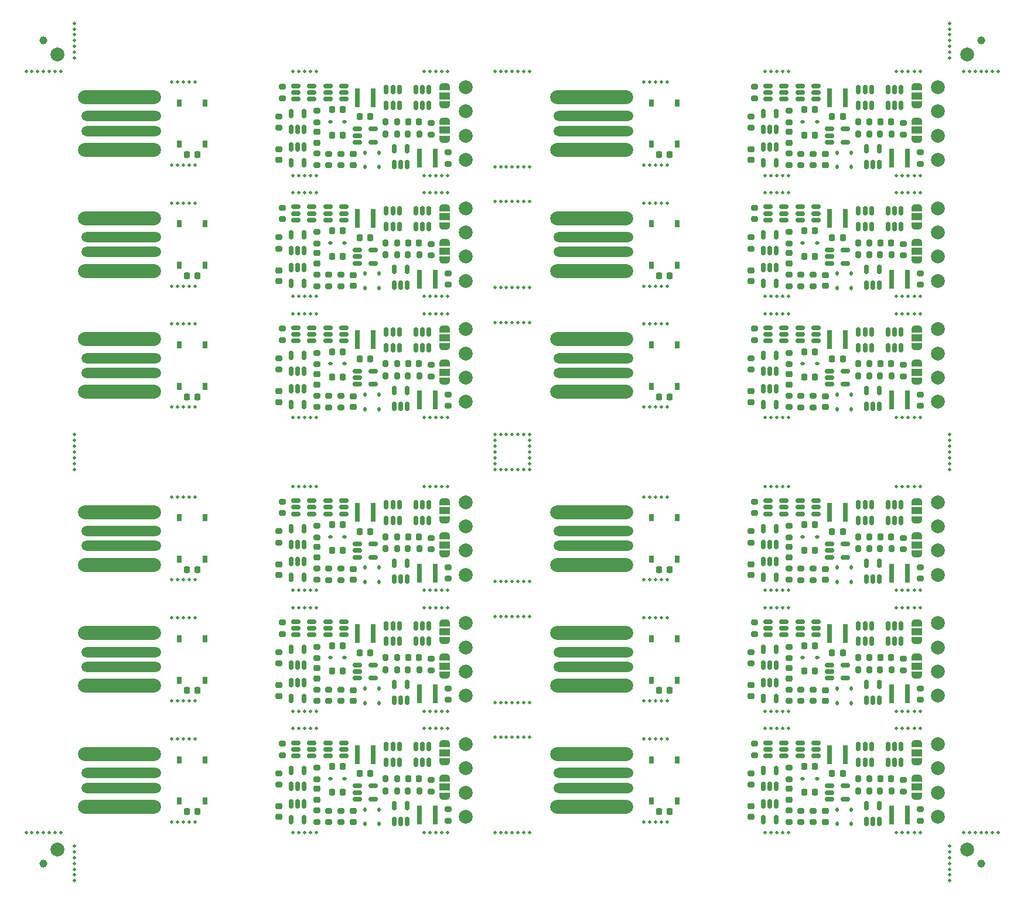
<source format=gts>
G04 #@! TF.GenerationSoftware,KiCad,Pcbnew,8.0.1*
G04 #@! TF.CreationDate,2025-05-23T10:36:23+02:00*
G04 #@! TF.ProjectId,panel-12,70616e65-6c2d-4313-922e-6b696361645f,F*
G04 #@! TF.SameCoordinates,Original*
G04 #@! TF.FileFunction,Soldermask,Top*
G04 #@! TF.FilePolarity,Negative*
%FSLAX46Y46*%
G04 Gerber Fmt 4.6, Leading zero omitted, Abs format (unit mm)*
G04 Created by KiCad (PCBNEW 8.0.1) date 2025-05-23 10:36:23*
%MOMM*%
%LPD*%
G01*
G04 APERTURE LIST*
G04 Aperture macros list*
%AMRoundRect*
0 Rectangle with rounded corners*
0 $1 Rounding radius*
0 $2 $3 $4 $5 $6 $7 $8 $9 X,Y pos of 4 corners*
0 Add a 4 corners polygon primitive as box body*
4,1,4,$2,$3,$4,$5,$6,$7,$8,$9,$2,$3,0*
0 Add four circle primitives for the rounded corners*
1,1,$1+$1,$2,$3*
1,1,$1+$1,$4,$5*
1,1,$1+$1,$6,$7*
1,1,$1+$1,$8,$9*
0 Add four rect primitives between the rounded corners*
20,1,$1+$1,$2,$3,$4,$5,0*
20,1,$1+$1,$4,$5,$6,$7,0*
20,1,$1+$1,$6,$7,$8,$9,0*
20,1,$1+$1,$8,$9,$2,$3,0*%
%AMFreePoly0*
4,1,19,0.550000,-0.750000,0.000000,-0.750000,0.000000,-0.744911,-0.071157,-0.744911,-0.207708,-0.704816,-0.327430,-0.627875,-0.420627,-0.520320,-0.479746,-0.390866,-0.500000,-0.250000,-0.500000,0.250000,-0.479746,0.390866,-0.420627,0.520320,-0.327430,0.627875,-0.207708,0.704816,-0.071157,0.744911,0.000000,0.744911,0.000000,0.750000,0.550000,0.750000,0.550000,-0.750000,0.550000,-0.750000,
$1*%
%AMFreePoly1*
4,1,19,0.000000,0.744911,0.071157,0.744911,0.207708,0.704816,0.327430,0.627875,0.420627,0.520320,0.479746,0.390866,0.500000,0.250000,0.500000,-0.250000,0.479746,-0.390866,0.420627,-0.520320,0.327430,-0.627875,0.207708,-0.704816,0.071157,-0.744911,0.000000,-0.744911,0.000000,-0.750000,-0.550000,-0.750000,-0.550000,0.750000,0.000000,0.750000,0.000000,0.744911,0.000000,0.744911,
$1*%
G04 Aperture macros list end*
%ADD10RoundRect,0.225000X-0.225000X-0.250000X0.225000X-0.250000X0.225000X0.250000X-0.225000X0.250000X0*%
%ADD11C,0.500000*%
%ADD12R,0.800000X2.700000*%
%ADD13RoundRect,0.225000X-0.250000X0.225000X-0.250000X-0.225000X0.250000X-0.225000X0.250000X0.225000X0*%
%ADD14RoundRect,0.150000X0.150000X-0.512500X0.150000X0.512500X-0.150000X0.512500X-0.150000X-0.512500X0*%
%ADD15RoundRect,0.150000X-0.512500X-0.150000X0.512500X-0.150000X0.512500X0.150000X-0.512500X0.150000X0*%
%ADD16RoundRect,0.150000X0.512500X0.150000X-0.512500X0.150000X-0.512500X-0.150000X0.512500X-0.150000X0*%
%ADD17RoundRect,0.200000X0.275000X-0.200000X0.275000X0.200000X-0.275000X0.200000X-0.275000X-0.200000X0*%
%ADD18R,0.750000X1.000000*%
%ADD19RoundRect,0.112500X0.112500X-0.187500X0.112500X0.187500X-0.112500X0.187500X-0.112500X-0.187500X0*%
%ADD20FreePoly0,90.000000*%
%ADD21R,1.500000X1.000000*%
%ADD22FreePoly1,90.000000*%
%ADD23RoundRect,0.225000X0.225000X0.250000X-0.225000X0.250000X-0.225000X-0.250000X0.225000X-0.250000X0*%
%ADD24RoundRect,0.218750X0.218750X0.256250X-0.218750X0.256250X-0.218750X-0.256250X0.218750X-0.256250X0*%
%ADD25RoundRect,0.150000X-0.150000X0.512500X-0.150000X-0.512500X0.150000X-0.512500X0.150000X0.512500X0*%
%ADD26C,2.000000*%
%ADD27RoundRect,0.112500X-0.112500X0.187500X-0.112500X-0.187500X0.112500X-0.187500X0.112500X0.187500X0*%
%ADD28C,1.152000*%
%ADD29RoundRect,0.200000X0.200000X0.275000X-0.200000X0.275000X-0.200000X-0.275000X0.200000X-0.275000X0*%
%ADD30RoundRect,0.200000X-0.200000X-0.275000X0.200000X-0.275000X0.200000X0.275000X-0.200000X0.275000X0*%
%ADD31RoundRect,0.112500X-0.187500X-0.112500X0.187500X-0.112500X0.187500X0.112500X-0.187500X0.112500X0*%
%ADD32RoundRect,0.225000X0.250000X-0.225000X0.250000X0.225000X-0.250000X0.225000X-0.250000X-0.225000X0*%
%ADD33RoundRect,0.200000X-0.275000X0.200000X-0.275000X-0.200000X0.275000X-0.200000X0.275000X0.200000X0*%
%ADD34RoundRect,1.000000X5.000000X-0.000010X5.000000X0.000010X-5.000000X0.000010X-5.000000X-0.000010X0*%
%ADD35RoundRect,0.750000X5.000000X-0.000010X5.000000X0.000010X-5.000000X0.000010X-5.000000X-0.000010X0*%
G04 APERTURE END LIST*
D10*
G04 #@! TO.C,2-C3*
X44225000Y-33700000D03*
X45775000Y-33700000D03*
G04 #@! TD*
D11*
G04 #@! TO.C,KiKit_MB_27_5*
X57549000Y-57000000D03*
G04 #@! TD*
D12*
G04 #@! TO.C,0-L1*
X59150000Y-19500000D03*
X56850000Y-19500000D03*
G04 #@! TD*
D13*
G04 #@! TO.C,3-C2*
X104750000Y-35725000D03*
X104750000Y-37275000D03*
G04 #@! TD*
D11*
G04 #@! TO.C,KiKit_MB_32_4*
X109350502Y-42000254D03*
G04 #@! TD*
G04 #@! TO.C,KiKit_MB_63_5*
X57549000Y-117000000D03*
G04 #@! TD*
G04 #@! TO.C,KiKit_MB_92_4*
X133500000Y-121500000D03*
G04 #@! TD*
G04 #@! TO.C,KiKit_MB_49_5*
X38549000Y-99500000D03*
G04 #@! TD*
D14*
G04 #@! TO.C,7-U7*
X106550000Y-75337500D03*
X107500000Y-75337500D03*
X108450000Y-75337500D03*
X108450000Y-73062500D03*
X106550000Y-73062500D03*
G04 #@! TD*
D11*
G04 #@! TO.C,KiKit_MB_70_2*
X126649502Y-102000060D03*
G04 #@! TD*
D14*
G04 #@! TO.C,6-U6*
X53200000Y-80400000D03*
X54150000Y-80400000D03*
X55100000Y-80400000D03*
X55100000Y-78125000D03*
X53200000Y-78125000D03*
G04 #@! TD*
D11*
G04 #@! TO.C,KiKit_MB_23_5*
X92700997Y-26000206D03*
G04 #@! TD*
D15*
G04 #@! TO.C,4-U3*
X47862500Y-50300000D03*
X47862500Y-51250000D03*
X47862500Y-52200000D03*
X50137500Y-52200000D03*
X50137500Y-50300000D03*
G04 #@! TD*
D13*
G04 #@! TO.C,9-C2*
X104750000Y-95725000D03*
X104750000Y-97275000D03*
G04 #@! TD*
D11*
G04 #@! TO.C,KiKit_MB_5_2*
X21899498Y-8500174D03*
G04 #@! TD*
G04 #@! TO.C,KiKit_MB_77_7*
X72750000Y-43250000D03*
G04 #@! TD*
G04 #@! TO.C,KiKit_MB_70_1*
X125799002Y-102000069D03*
G04 #@! TD*
G04 #@! TO.C,KiKit_MB_59_1*
X89298997Y-86000162D03*
G04 #@! TD*
G04 #@! TO.C,KiKit_MB_57_4*
X126649500Y-99500000D03*
G04 #@! TD*
D16*
G04 #@! TO.C,9-U4*
X114137500Y-88450000D03*
X114137500Y-87500000D03*
X114137500Y-86550000D03*
X111862500Y-86550000D03*
X111862500Y-87500000D03*
X111862500Y-88450000D03*
G04 #@! TD*
D17*
G04 #@! TO.C,5-R2*
X110250000Y-55500000D03*
X110250000Y-53850000D03*
G04 #@! TD*
D11*
G04 #@! TO.C,KiKit_MB_85_6*
X71916666Y-25750000D03*
G04 #@! TD*
G04 #@! TO.C,KiKit_MB_54_4*
X21899498Y-97999826D03*
G04 #@! TD*
D17*
G04 #@! TO.C,8-R2*
X42000000Y-98000000D03*
X42000000Y-96350000D03*
G04 #@! TD*
D11*
G04 #@! TO.C,KiKit_MB_65_1*
X21048998Y-103500162D03*
G04 #@! TD*
D18*
G04 #@! TO.C,3-SW1*
X94125000Y-29000000D03*
X94125000Y-35000000D03*
X90375000Y-29000000D03*
X90375000Y-35000000D03*
G04 #@! TD*
D19*
G04 #@! TO.C,1-D5*
X117250000Y-20800000D03*
X117250000Y-18700000D03*
G04 #@! TD*
D15*
G04 #@! TO.C,2-U3*
X47862500Y-32800000D03*
X47862500Y-33750000D03*
X47862500Y-34700000D03*
X50137500Y-34700000D03*
X50137500Y-32800000D03*
G04 #@! TD*
D11*
G04 #@! TO.C,KiKit_MB_31_2*
X109350499Y-57000000D03*
G04 #@! TD*
G04 #@! TO.C,KiKit_MB_93_2*
X833334Y-7000000D03*
G04 #@! TD*
D17*
G04 #@! TO.C,7-R9*
X110250000Y-74325000D03*
X110250000Y-72675000D03*
G04 #@! TD*
D20*
G04 #@! TO.C,6-JP1*
X60500000Y-71800000D03*
D21*
X60500000Y-70500000D03*
D22*
X60500000Y-69200000D03*
G04 #@! TD*
D11*
G04 #@! TO.C,KiKit_MB_91_2*
X7000000Y-119833333D03*
G04 #@! TD*
G04 #@! TO.C,KiKit_MB_89_1*
X7000000Y0D03*
G04 #@! TD*
G04 #@! TO.C,KiKit_MB_81_3*
X71083333Y-7000000D03*
G04 #@! TD*
G04 #@! TO.C,KiKit_MB_47_2*
X90149497Y-68500173D03*
G04 #@! TD*
G04 #@! TO.C,KiKit_MB_11_4*
X91850497Y-8500196D03*
G04 #@! TD*
D17*
G04 #@! TO.C,4-R7*
X43750000Y-55525000D03*
X43750000Y-53875000D03*
G04 #@! TD*
D11*
G04 #@! TO.C,KiKit_MB_82_7*
X67750000Y-20750000D03*
G04 #@! TD*
G04 #@! TO.C,KiKit_MB_44_1*
X106799002Y-67000283D03*
G04 #@! TD*
G04 #@! TO.C,KiKit_MB_86_2*
X71916666Y-38250000D03*
G04 #@! TD*
D23*
G04 #@! TO.C,7-C5*
X118025000Y-73500000D03*
X116475000Y-73500000D03*
G04 #@! TD*
D14*
G04 #@! TO.C,2-U7*
X38300000Y-32837500D03*
X39250000Y-32837500D03*
X40200000Y-32837500D03*
X40200000Y-30562500D03*
X38300000Y-30562500D03*
G04 #@! TD*
D11*
G04 #@! TO.C,KiKit_MB_76_6*
X133500000Y-63666666D03*
G04 #@! TD*
D24*
G04 #@! TO.C,4-D2*
X24787500Y-54000000D03*
X23212500Y-54000000D03*
G04 #@! TD*
D11*
G04 #@! TO.C,KiKit_MB_92_7*
X133500000Y-124000000D03*
G04 #@! TD*
D12*
G04 #@! TO.C,7-L2*
X118400000Y-70750000D03*
X116100000Y-70750000D03*
G04 #@! TD*
D25*
G04 #@! TO.C,2-U1*
X53950000Y-27112500D03*
X53000000Y-27112500D03*
X52050000Y-27112500D03*
X52050000Y-29387500D03*
X53000000Y-29387500D03*
X53950000Y-29387500D03*
G04 #@! TD*
D12*
G04 #@! TO.C,1-L1*
X127400000Y-19500000D03*
X125100000Y-19500000D03*
G04 #@! TD*
D11*
G04 #@! TO.C,KiKit_MB_66_2*
X23600498Y-115499804D03*
G04 #@! TD*
G04 #@! TO.C,KiKit_MB_72_3*
X90999997Y-115499815D03*
G04 #@! TD*
D26*
G04 #@! TO.C,7-J3*
X131750000Y-72750000D03*
G04 #@! TD*
D11*
G04 #@! TO.C,KiKit_MB_52_1*
X57549002Y-84500069D03*
G04 #@! TD*
D27*
G04 #@! TO.C,2-D3*
X51000000Y-36200000D03*
X51000000Y-38300000D03*
G04 #@! TD*
D28*
G04 #@! TO.C,KiKit_TO_4*
X138000000Y-121500000D03*
G04 #@! TD*
D25*
G04 #@! TO.C,5-U1*
X122200000Y-44612500D03*
X121250000Y-44612500D03*
X120300000Y-44612500D03*
X120300000Y-46887500D03*
X121250000Y-46887500D03*
X122200000Y-46887500D03*
G04 #@! TD*
D27*
G04 #@! TO.C,1-D3*
X119250000Y-18700000D03*
X119250000Y-20800000D03*
G04 #@! TD*
D11*
G04 #@! TO.C,KiKit_MB_72_4*
X90149497Y-115499826D03*
G04 #@! TD*
G04 #@! TO.C,KiKit_MB_26_2*
X39399502Y-42000274D03*
G04 #@! TD*
G04 #@! TO.C,KiKit_MB_36_4*
X90149497Y-55499826D03*
G04 #@! TD*
D16*
G04 #@! TO.C,5-U4*
X114137500Y-45950000D03*
X114137500Y-45000000D03*
X114137500Y-44050000D03*
X111862500Y-44050000D03*
X111862500Y-45000000D03*
X111862500Y-45950000D03*
G04 #@! TD*
D11*
G04 #@! TO.C,KiKit_MB_12_1*
X92700997Y-20499793D03*
G04 #@! TD*
G04 #@! TO.C,KiKit_MB_43_3*
X108500000Y-82000000D03*
G04 #@! TD*
G04 #@! TO.C,KiKit_MB_10_3*
X127500002Y-7000051D03*
G04 #@! TD*
D23*
G04 #@! TO.C,3-C7*
X114025000Y-30000000D03*
X112475000Y-30000000D03*
G04 #@! TD*
D11*
G04 #@! TO.C,KiKit_MB_81_7*
X67750000Y-7000000D03*
G04 #@! TD*
G04 #@! TO.C,KiKit_MB_79_5*
X71083333Y-85750000D03*
G04 #@! TD*
D25*
G04 #@! TO.C,11-U2*
X108450000Y-112862500D03*
X107500000Y-112862500D03*
X106550000Y-112862500D03*
X106550000Y-115137500D03*
X108450000Y-115137500D03*
G04 #@! TD*
D11*
G04 #@! TO.C,KiKit_MB_73_4*
X7000000Y-62000000D03*
G04 #@! TD*
G04 #@! TO.C,KiKit_MB_95_3*
X137166666Y-7000000D03*
G04 #@! TD*
G04 #@! TO.C,KiKit_MB_60_3*
X90999997Y-97999815D03*
G04 #@! TD*
G04 #@! TO.C,KiKit_MB_84_4*
X70250000Y-80750000D03*
G04 #@! TD*
D29*
G04 #@! TO.C,4-R3*
X53625000Y-51000000D03*
X51975000Y-51000000D03*
G04 #@! TD*
D11*
G04 #@! TO.C,KiKit_MB_52_3*
X59250002Y-84500050D03*
G04 #@! TD*
D13*
G04 #@! TO.C,10-C2*
X36500000Y-113225000D03*
X36500000Y-114775000D03*
G04 #@! TD*
D30*
G04 #@! TO.C,10-R4*
X51975000Y-109250000D03*
X53625000Y-109250000D03*
G04 #@! TD*
D11*
G04 #@! TO.C,KiKit_MB_13_5*
X38549000Y-39500000D03*
G04 #@! TD*
G04 #@! TO.C,KiKit_MB_22_2*
X126649502Y-24500060D03*
G04 #@! TD*
D25*
G04 #@! TO.C,3-U2*
X108450000Y-35362500D03*
X107500000Y-35362500D03*
X106550000Y-35362500D03*
X106550000Y-37637500D03*
X108450000Y-37637500D03*
G04 #@! TD*
D11*
G04 #@! TO.C,KiKit_MB_77_3*
X69416666Y-43250000D03*
G04 #@! TD*
G04 #@! TO.C,KiKit_MB_94_3*
X1666667Y-117000000D03*
G04 #@! TD*
G04 #@! TO.C,KiKit_MB_3_3*
X59250000Y-22000000D03*
G04 #@! TD*
D31*
G04 #@! TO.C,6-D4*
X43950000Y-74250000D03*
X46050000Y-74250000D03*
G04 #@! TD*
D11*
G04 #@! TO.C,KiKit_MB_89_2*
X7000000Y-833334D03*
G04 #@! TD*
G04 #@! TO.C,KiKit_MB_15_3*
X59250000Y-39500000D03*
G04 #@! TD*
D26*
G04 #@! TO.C,2-J5*
X63500000Y-37250000D03*
G04 #@! TD*
D11*
G04 #@! TO.C,KiKit_MB_56_2*
X107649502Y-84500274D03*
G04 #@! TD*
D16*
G04 #@! TO.C,6-U5*
X41275000Y-70950000D03*
X41275000Y-70000000D03*
X41275000Y-69050000D03*
X39000000Y-69050000D03*
X39000000Y-70000000D03*
X39000000Y-70950000D03*
G04 #@! TD*
D17*
G04 #@! TO.C,5-R8*
X113750000Y-55525000D03*
X113750000Y-53875000D03*
G04 #@! TD*
D14*
G04 #@! TO.C,11-Q1*
X124550000Y-106887500D03*
X125500000Y-106887500D03*
X126450000Y-106887500D03*
X126450000Y-104612500D03*
X125500000Y-104612500D03*
X124550000Y-104612500D03*
G04 #@! TD*
D11*
G04 #@! TO.C,KiKit_MB_68_5*
X110201001Y-102000245D03*
G04 #@! TD*
G04 #@! TO.C,KiKit_MB_90_1*
X133500000Y0D03*
G04 #@! TD*
G04 #@! TO.C,KiKit_MB_48_5*
X89298997Y-80499837D03*
G04 #@! TD*
D32*
G04 #@! TO.C,10-C6*
X42000000Y-112275000D03*
X42000000Y-110725000D03*
G04 #@! TD*
D11*
G04 #@! TO.C,KiKit_MB_60_2*
X91850497Y-97999804D03*
G04 #@! TD*
G04 #@! TO.C,KiKit_MB_78_1*
X72750000Y-59500000D03*
G04 #@! TD*
D10*
G04 #@! TO.C,3-C1*
X123475000Y-31750000D03*
X125025000Y-31750000D03*
G04 #@! TD*
D11*
G04 #@! TO.C,KiKit_MB_58_2*
X126649502Y-84500060D03*
G04 #@! TD*
G04 #@! TO.C,KiKit_MB_81_4*
X70250000Y-7000000D03*
G04 #@! TD*
G04 #@! TO.C,KiKit_MB_11_1*
X89298997Y-8500163D03*
G04 #@! TD*
D16*
G04 #@! TO.C,7-U5*
X109525000Y-70950000D03*
X109525000Y-70000000D03*
X109525000Y-69050000D03*
X107250000Y-69050000D03*
X107250000Y-70000000D03*
X107250000Y-70950000D03*
G04 #@! TD*
D11*
G04 #@! TO.C,KiKit_MB_24_4*
X90149497Y-37999826D03*
G04 #@! TD*
G04 #@! TO.C,KiKit_MB_80_5*
X69416666Y-98250000D03*
G04 #@! TD*
G04 #@! TO.C,KiKit_MB_71_1*
X89298997Y-103500162D03*
G04 #@! TD*
D20*
G04 #@! TO.C,2-JP4*
X60500000Y-34250000D03*
D21*
X60500000Y-32950000D03*
D22*
X60500000Y-31650000D03*
G04 #@! TD*
D23*
G04 #@! TO.C,6-C5*
X49775000Y-73500000D03*
X48225000Y-73500000D03*
G04 #@! TD*
D10*
G04 #@! TO.C,7-C3*
X112475000Y-76200000D03*
X114025000Y-76200000D03*
G04 #@! TD*
D11*
G04 #@! TO.C,KiKit_MB_71_4*
X91850497Y-103500195D03*
G04 #@! TD*
G04 #@! TO.C,KiKit_MB_85_7*
X72750000Y-25750000D03*
G04 #@! TD*
G04 #@! TO.C,KiKit_MB_72_5*
X89298997Y-115499837D03*
G04 #@! TD*
D27*
G04 #@! TO.C,0-D3*
X51000000Y-18700000D03*
X51000000Y-20800000D03*
G04 #@! TD*
D11*
G04 #@! TO.C,KiKit_MB_59_2*
X90149497Y-86000173D03*
G04 #@! TD*
G04 #@! TO.C,KiKit_MB_24_3*
X90999997Y-37999815D03*
G04 #@! TD*
G04 #@! TO.C,KiKit_MB_83_6*
X71916666Y-64500000D03*
G04 #@! TD*
G04 #@! TO.C,KiKit_MB_70_3*
X127500002Y-102000050D03*
G04 #@! TD*
D13*
G04 #@! TO.C,2-C4*
X47250000Y-36425000D03*
X47250000Y-37975000D03*
G04 #@! TD*
D11*
G04 #@! TO.C,KiKit_MB_28_2*
X58399502Y-42000060D03*
G04 #@! TD*
D23*
G04 #@! TO.C,1-C7*
X114025000Y-12500000D03*
X112475000Y-12500000D03*
G04 #@! TD*
D32*
G04 #@! TO.C,9-C6*
X110250000Y-94775000D03*
X110250000Y-93225000D03*
G04 #@! TD*
D30*
G04 #@! TO.C,4-R4*
X51975000Y-49250000D03*
X53625000Y-49250000D03*
G04 #@! TD*
G04 #@! TO.C,2-R4*
X51975000Y-31750000D03*
X53625000Y-31750000D03*
G04 #@! TD*
D11*
G04 #@! TO.C,KiKit_MB_14_2*
X39399502Y-24500274D03*
G04 #@! TD*
G04 #@! TO.C,KiKit_MB_1_1*
X41950999Y-22000000D03*
G04 #@! TD*
D17*
G04 #@! TO.C,1-R7*
X112000000Y-20525000D03*
X112000000Y-18875000D03*
G04 #@! TD*
D20*
G04 #@! TO.C,6-JP4*
X60500000Y-76750000D03*
D21*
X60500000Y-75450000D03*
D22*
X60500000Y-74150000D03*
G04 #@! TD*
D26*
G04 #@! TO.C,1-J3*
X131750000Y-12750000D03*
G04 #@! TD*
D11*
G04 #@! TO.C,KiKit_MB_53_1*
X21048998Y-86000162D03*
G04 #@! TD*
G04 #@! TO.C,KiKit_MB_47_3*
X90999997Y-68500184D03*
G04 #@! TD*
D17*
G04 #@! TO.C,10-R11*
X58500000Y-111075000D03*
X58500000Y-109425000D03*
G04 #@! TD*
D11*
G04 #@! TO.C,KiKit_MB_15_2*
X60100499Y-39500000D03*
G04 #@! TD*
D17*
G04 #@! TO.C,10-R8*
X45500000Y-115525000D03*
X45500000Y-113875000D03*
G04 #@! TD*
D12*
G04 #@! TO.C,0-L2*
X50150000Y-10750000D03*
X47850000Y-10750000D03*
G04 #@! TD*
D11*
G04 #@! TO.C,KiKit_MB_54_1*
X24450998Y-97999793D03*
G04 #@! TD*
G04 #@! TO.C,KiKit_MB_56_3*
X108500002Y-84500264D03*
G04 #@! TD*
D16*
G04 #@! TO.C,8-U4*
X45887500Y-88450000D03*
X45887500Y-87500000D03*
X45887500Y-86550000D03*
X43612500Y-86550000D03*
X43612500Y-87500000D03*
X43612500Y-88450000D03*
G04 #@! TD*
D11*
G04 #@! TO.C,KiKit_MB_9_1*
X129200999Y-22000000D03*
G04 #@! TD*
G04 #@! TO.C,KiKit_MB_66_5*
X21048998Y-115499837D03*
G04 #@! TD*
G04 #@! TO.C,KiKit_MB_29_4*
X23600498Y-43500195D03*
G04 #@! TD*
D29*
G04 #@! TO.C,11-R3*
X121875000Y-111000000D03*
X120225000Y-111000000D03*
G04 #@! TD*
D12*
G04 #@! TO.C,11-L2*
X118400000Y-105750000D03*
X116100000Y-105750000D03*
G04 #@! TD*
G04 #@! TO.C,7-L1*
X127400000Y-79500000D03*
X125100000Y-79500000D03*
G04 #@! TD*
D17*
G04 #@! TO.C,7-R7*
X112000000Y-80525000D03*
X112000000Y-78875000D03*
G04 #@! TD*
G04 #@! TO.C,3-R11*
X126750000Y-33575000D03*
X126750000Y-31925000D03*
G04 #@! TD*
D13*
G04 #@! TO.C,8-C4*
X47250000Y-96425000D03*
X47250000Y-97975000D03*
G04 #@! TD*
D11*
G04 #@! TO.C,KiKit_MB_5_4*
X23600498Y-8500196D03*
G04 #@! TD*
G04 #@! TO.C,KiKit_MB_58_1*
X125799002Y-84500069D03*
G04 #@! TD*
G04 #@! TO.C,KiKit_MB_16_1*
X57549002Y-24500069D03*
G04 #@! TD*
D10*
G04 #@! TO.C,10-C3*
X44225000Y-111200000D03*
X45775000Y-111200000D03*
G04 #@! TD*
G04 #@! TO.C,11-C1*
X123475000Y-109250000D03*
X125025000Y-109250000D03*
G04 #@! TD*
D11*
G04 #@! TO.C,KiKit_MB_41_5*
X24450998Y-68500206D03*
G04 #@! TD*
G04 #@! TO.C,KiKit_MB_15_4*
X58399500Y-39500000D03*
G04 #@! TD*
G04 #@! TO.C,KiKit_MB_19_4*
X107649500Y-39500000D03*
G04 #@! TD*
D10*
G04 #@! TO.C,3-C3*
X112475000Y-33700000D03*
X114025000Y-33700000D03*
G04 #@! TD*
D29*
G04 #@! TO.C,7-R6*
X125075000Y-76000000D03*
X123425000Y-76000000D03*
G04 #@! TD*
D10*
G04 #@! TO.C,0-C1*
X55225000Y-14250000D03*
X56775000Y-14250000D03*
G04 #@! TD*
D11*
G04 #@! TO.C,KiKit_MB_67_2*
X109350499Y-117000000D03*
G04 #@! TD*
D23*
G04 #@! TO.C,2-C5*
X49775000Y-31000000D03*
X48225000Y-31000000D03*
G04 #@! TD*
D33*
G04 #@! TO.C,7-R10*
X129250000Y-78675000D03*
X129250000Y-80325000D03*
G04 #@! TD*
D11*
G04 #@! TO.C,KiKit_MB_79_7*
X72750000Y-85750000D03*
G04 #@! TD*
D17*
G04 #@! TO.C,9-R11*
X126750000Y-93575000D03*
X126750000Y-91925000D03*
G04 #@! TD*
D30*
G04 #@! TO.C,5-R4*
X120225000Y-49250000D03*
X121875000Y-49250000D03*
G04 #@! TD*
D11*
G04 #@! TO.C,KiKit_MB_82_2*
X71916666Y-20750000D03*
G04 #@! TD*
G04 #@! TO.C,KiKit_MB_46_3*
X127500002Y-67000050D03*
G04 #@! TD*
G04 #@! TO.C,KiKit_MB_55_5*
X106799000Y-99500000D03*
G04 #@! TD*
G04 #@! TO.C,KiKit_MB_60_5*
X89298997Y-97999837D03*
G04 #@! TD*
G04 #@! TO.C,KiKit_MB_73_3*
X7000000Y-61166666D03*
G04 #@! TD*
G04 #@! TO.C,KiKit_MB_14_5*
X41951001Y-24500245D03*
G04 #@! TD*
G04 #@! TO.C,KiKit_MB_75_3*
X72750000Y-62833333D03*
G04 #@! TD*
D23*
G04 #@! TO.C,5-C5*
X118025000Y-48500000D03*
X116475000Y-48500000D03*
G04 #@! TD*
D12*
G04 #@! TO.C,6-L2*
X50150000Y-70750000D03*
X47850000Y-70750000D03*
G04 #@! TD*
D11*
G04 #@! TO.C,KiKit_MB_66_3*
X22749998Y-115499815D03*
G04 #@! TD*
G04 #@! TO.C,KiKit_MB_1_5*
X38549000Y-22000000D03*
G04 #@! TD*
G04 #@! TO.C,KiKit_MB_32_5*
X110201001Y-42000245D03*
G04 #@! TD*
D17*
G04 #@! TO.C,3-R8*
X113750000Y-38025000D03*
X113750000Y-36375000D03*
G04 #@! TD*
D14*
G04 #@! TO.C,5-U6*
X121450000Y-55400000D03*
X122400000Y-55400000D03*
X123350000Y-55400000D03*
X123350000Y-53125000D03*
X121450000Y-53125000D03*
G04 #@! TD*
D11*
G04 #@! TO.C,KiKit_MB_92_2*
X133500000Y-119833333D03*
G04 #@! TD*
D30*
G04 #@! TO.C,11-R4*
X120225000Y-109250000D03*
X121875000Y-109250000D03*
G04 #@! TD*
D23*
G04 #@! TO.C,8-C7*
X45775000Y-90000000D03*
X44225000Y-90000000D03*
G04 #@! TD*
D11*
G04 #@! TO.C,KiKit_MB_77_6*
X71916666Y-43250000D03*
G04 #@! TD*
G04 #@! TO.C,KiKit_MB_54_2*
X23600498Y-97999804D03*
G04 #@! TD*
G04 #@! TO.C,KiKit_MB_48_3*
X90999997Y-80499815D03*
G04 #@! TD*
D17*
G04 #@! TO.C,11-R7*
X112000000Y-115525000D03*
X112000000Y-113875000D03*
G04 #@! TD*
D26*
G04 #@! TO.C,10-J5*
X63500000Y-114750000D03*
G04 #@! TD*
D24*
G04 #@! TO.C,11-D2*
X93037500Y-114000000D03*
X91462500Y-114000000D03*
G04 #@! TD*
D11*
G04 #@! TO.C,KiKit_MB_6_1*
X24450998Y-20499793D03*
G04 #@! TD*
D14*
G04 #@! TO.C,10-U7*
X38300000Y-110337500D03*
X39250000Y-110337500D03*
X40200000Y-110337500D03*
X40200000Y-108062500D03*
X38300000Y-108062500D03*
G04 #@! TD*
D17*
G04 #@! TO.C,3-R9*
X110250000Y-31825000D03*
X110250000Y-30175000D03*
G04 #@! TD*
D32*
G04 #@! TO.C,2-C6*
X42000000Y-34775000D03*
X42000000Y-33225000D03*
G04 #@! TD*
D11*
G04 #@! TO.C,KiKit_MB_78_5*
X69416666Y-59500000D03*
G04 #@! TD*
D17*
G04 #@! TO.C,9-R5*
X105250000Y-88325000D03*
X105250000Y-86675000D03*
G04 #@! TD*
D32*
G04 #@! TO.C,8-C6*
X42000000Y-94775000D03*
X42000000Y-93225000D03*
G04 #@! TD*
D11*
G04 #@! TO.C,KiKit_MB_77_4*
X70250000Y-43250000D03*
G04 #@! TD*
D31*
G04 #@! TO.C,7-D4*
X112200000Y-74250000D03*
X114300000Y-74250000D03*
G04 #@! TD*
D23*
G04 #@! TO.C,0-C7*
X45775000Y-12500000D03*
X44225000Y-12500000D03*
G04 #@! TD*
D17*
G04 #@! TO.C,1-R2*
X110250000Y-20500000D03*
X110250000Y-18850000D03*
G04 #@! TD*
D11*
G04 #@! TO.C,KiKit_MB_26_5*
X41951001Y-42000245D03*
G04 #@! TD*
G04 #@! TO.C,KiKit_MB_12_2*
X91850497Y-20499804D03*
G04 #@! TD*
G04 #@! TO.C,KiKit_MB_15_5*
X57549000Y-39500000D03*
G04 #@! TD*
D17*
G04 #@! TO.C,11-R2*
X110250000Y-115500000D03*
X110250000Y-113850000D03*
G04 #@! TD*
D12*
G04 #@! TO.C,9-L2*
X118400000Y-88250000D03*
X116100000Y-88250000D03*
G04 #@! TD*
D11*
G04 #@! TO.C,KiKit_MB_89_7*
X7000000Y-5000000D03*
G04 #@! TD*
D31*
G04 #@! TO.C,3-D4*
X112200000Y-31750000D03*
X114300000Y-31750000D03*
G04 #@! TD*
D17*
G04 #@! TO.C,6-R7*
X43750000Y-80525000D03*
X43750000Y-78875000D03*
G04 #@! TD*
D11*
G04 #@! TO.C,KiKit_MB_31_1*
X110200999Y-57000000D03*
G04 #@! TD*
G04 #@! TO.C,KiKit_MB_78_6*
X68583333Y-59500000D03*
G04 #@! TD*
D26*
G04 #@! TO.C,9-J4*
X131750000Y-93750000D03*
G04 #@! TD*
D16*
G04 #@! TO.C,9-U5*
X109525000Y-88450000D03*
X109525000Y-87500000D03*
X109525000Y-86550000D03*
X107250000Y-86550000D03*
X107250000Y-87500000D03*
X107250000Y-88450000D03*
G04 #@! TD*
D11*
G04 #@! TO.C,KiKit_MB_4_4*
X60100502Y-7000042D03*
G04 #@! TD*
G04 #@! TO.C,KiKit_MB_5_3*
X22749998Y-8500185D03*
G04 #@! TD*
D26*
G04 #@! TO.C,KiKit_FID_T_2*
X136000000Y-4500000D03*
G04 #@! TD*
D12*
G04 #@! TO.C,3-L1*
X127400000Y-37000000D03*
X125100000Y-37000000D03*
G04 #@! TD*
D17*
G04 #@! TO.C,5-R1*
X104750000Y-50100000D03*
X104750000Y-48450000D03*
G04 #@! TD*
D26*
G04 #@! TO.C,2-J4*
X63500000Y-33750000D03*
G04 #@! TD*
D11*
G04 #@! TO.C,KiKit_MB_79_1*
X67750000Y-85750000D03*
G04 #@! TD*
G04 #@! TO.C,KiKit_MB_27_1*
X60950999Y-57000000D03*
G04 #@! TD*
G04 #@! TO.C,KiKit_MB_96_7*
X140500000Y-117000000D03*
G04 #@! TD*
G04 #@! TO.C,KiKit_MB_78_3*
X71083333Y-59500000D03*
G04 #@! TD*
D17*
G04 #@! TO.C,0-R9*
X42000000Y-14325000D03*
X42000000Y-12675000D03*
G04 #@! TD*
D11*
G04 #@! TO.C,KiKit_MB_36_2*
X91850497Y-55499804D03*
G04 #@! TD*
G04 #@! TO.C,KiKit_MB_93_5*
X3333334Y-7000000D03*
G04 #@! TD*
D34*
G04 #@! TO.C,1-J1*
X81750000Y-18310000D03*
D35*
X82000000Y-15580000D03*
X82000000Y-13420000D03*
D34*
X81750000Y-10690000D03*
G04 #@! TD*
D27*
G04 #@! TO.C,4-D3*
X51000000Y-53700000D03*
X51000000Y-55800000D03*
G04 #@! TD*
D14*
G04 #@! TO.C,0-U7*
X38300000Y-15337500D03*
X39250000Y-15337500D03*
X40200000Y-15337500D03*
X40200000Y-13062500D03*
X38300000Y-13062500D03*
G04 #@! TD*
D11*
G04 #@! TO.C,KiKit_MB_63_2*
X60100499Y-117000000D03*
G04 #@! TD*
D20*
G04 #@! TO.C,1-JP1*
X128750000Y-11800000D03*
D21*
X128750000Y-10500000D03*
D22*
X128750000Y-9200000D03*
G04 #@! TD*
D14*
G04 #@! TO.C,2-Q1*
X56300000Y-29387500D03*
X57250000Y-29387500D03*
X58200000Y-29387500D03*
X58200000Y-27112500D03*
X57250000Y-27112500D03*
X56300000Y-27112500D03*
G04 #@! TD*
D11*
G04 #@! TO.C,KiKit_MB_13_3*
X40250000Y-39500000D03*
G04 #@! TD*
D19*
G04 #@! TO.C,4-D5*
X49000000Y-55800000D03*
X49000000Y-53700000D03*
G04 #@! TD*
D11*
G04 #@! TO.C,KiKit_MB_42_4*
X21899498Y-80499826D03*
G04 #@! TD*
G04 #@! TO.C,KiKit_MB_64_5*
X60951001Y-102000031D03*
G04 #@! TD*
D19*
G04 #@! TO.C,2-D5*
X49000000Y-38300000D03*
X49000000Y-36200000D03*
G04 #@! TD*
D11*
G04 #@! TO.C,KiKit_MB_21_3*
X127500000Y-39500000D03*
G04 #@! TD*
D15*
G04 #@! TO.C,0-U3*
X47862500Y-15300000D03*
X47862500Y-16250000D03*
X47862500Y-17200000D03*
X50137500Y-17200000D03*
X50137500Y-15300000D03*
G04 #@! TD*
D26*
G04 #@! TO.C,1-J5*
X131750000Y-19750000D03*
G04 #@! TD*
D11*
G04 #@! TO.C,KiKit_MB_67_1*
X110200999Y-117000000D03*
G04 #@! TD*
D17*
G04 #@! TO.C,2-R8*
X45500000Y-38025000D03*
X45500000Y-36375000D03*
G04 #@! TD*
D31*
G04 #@! TO.C,0-D4*
X43950000Y-14250000D03*
X46050000Y-14250000D03*
G04 #@! TD*
D11*
G04 #@! TO.C,KiKit_MB_85_3*
X69416666Y-25750000D03*
G04 #@! TD*
D18*
G04 #@! TO.C,10-SW1*
X25875000Y-106500000D03*
X25875000Y-112500000D03*
X22125000Y-106500000D03*
X22125000Y-112500000D03*
G04 #@! TD*
D11*
G04 #@! TO.C,KiKit_MB_90_3*
X133500000Y-1666667D03*
G04 #@! TD*
G04 #@! TO.C,KiKit_MB_41_1*
X21048998Y-68500162D03*
G04 #@! TD*
D17*
G04 #@! TO.C,5-R9*
X110250000Y-49325000D03*
X110250000Y-47675000D03*
G04 #@! TD*
G04 #@! TO.C,0-R5*
X37000000Y-10825000D03*
X37000000Y-9175000D03*
G04 #@! TD*
D11*
G04 #@! TO.C,KiKit_MB_32_2*
X107649502Y-42000274D03*
G04 #@! TD*
D33*
G04 #@! TO.C,3-R10*
X129250000Y-36175000D03*
X129250000Y-37825000D03*
G04 #@! TD*
D11*
G04 #@! TO.C,KiKit_MB_69_3*
X127500000Y-117000000D03*
G04 #@! TD*
D12*
G04 #@! TO.C,5-L2*
X118400000Y-45750000D03*
X116100000Y-45750000D03*
G04 #@! TD*
D11*
G04 #@! TO.C,KiKit_MB_86_3*
X71083333Y-38250000D03*
G04 #@! TD*
G04 #@! TO.C,KiKit_MB_47_5*
X92700997Y-68500206D03*
G04 #@! TD*
D26*
G04 #@! TO.C,0-J4*
X63500000Y-16250000D03*
G04 #@! TD*
D11*
G04 #@! TO.C,KiKit_MB_30_4*
X21899498Y-55499826D03*
G04 #@! TD*
D14*
G04 #@! TO.C,11-U7*
X106550000Y-110337500D03*
X107500000Y-110337500D03*
X108450000Y-110337500D03*
X108450000Y-108062500D03*
X106550000Y-108062500D03*
G04 #@! TD*
D11*
G04 #@! TO.C,KiKit_MB_76_2*
X133500000Y-60333333D03*
G04 #@! TD*
G04 #@! TO.C,KiKit_MB_74_7*
X67750000Y-64500000D03*
G04 #@! TD*
D29*
G04 #@! TO.C,2-R6*
X56825000Y-33500000D03*
X55175000Y-33500000D03*
G04 #@! TD*
D11*
G04 #@! TO.C,KiKit_MB_14_1*
X38549002Y-24500283D03*
G04 #@! TD*
G04 #@! TO.C,KiKit_MB_45_4*
X126649500Y-82000000D03*
G04 #@! TD*
D17*
G04 #@! TO.C,0-R11*
X58500000Y-16075000D03*
X58500000Y-14425000D03*
G04 #@! TD*
D23*
G04 #@! TO.C,4-C5*
X49775000Y-48500000D03*
X48225000Y-48500000D03*
G04 #@! TD*
D11*
G04 #@! TO.C,KiKit_MB_90_5*
X133500000Y-3333334D03*
G04 #@! TD*
D29*
G04 #@! TO.C,5-R6*
X125075000Y-51000000D03*
X123425000Y-51000000D03*
G04 #@! TD*
D23*
G04 #@! TO.C,5-C7*
X114025000Y-47500000D03*
X112475000Y-47500000D03*
G04 #@! TD*
D26*
G04 #@! TO.C,9-J5*
X131750000Y-97250000D03*
G04 #@! TD*
D28*
G04 #@! TO.C,KiKit_TO_3*
X2500000Y-121500000D03*
G04 #@! TD*
D11*
G04 #@! TO.C,KiKit_MB_94_6*
X4166667Y-117000000D03*
G04 #@! TD*
D26*
G04 #@! TO.C,KiKit_FID_T_4*
X136000000Y-119500000D03*
G04 #@! TD*
D11*
G04 #@! TO.C,KiKit_MB_51_3*
X59250000Y-99500000D03*
G04 #@! TD*
D34*
G04 #@! TO.C,5-J1*
X81750000Y-53310000D03*
D35*
X82000000Y-50580000D03*
X82000000Y-48420000D03*
D34*
X81750000Y-45690000D03*
G04 #@! TD*
D11*
G04 #@! TO.C,KiKit_MB_80_3*
X71083333Y-98250000D03*
G04 #@! TD*
G04 #@! TO.C,KiKit_MB_68_1*
X106799002Y-102000283D03*
G04 #@! TD*
D27*
G04 #@! TO.C,3-D3*
X119250000Y-36200000D03*
X119250000Y-38300000D03*
G04 #@! TD*
D20*
G04 #@! TO.C,9-JP1*
X128750000Y-89300000D03*
D21*
X128750000Y-88000000D03*
D22*
X128750000Y-86700000D03*
G04 #@! TD*
D17*
G04 #@! TO.C,4-R9*
X42000000Y-49325000D03*
X42000000Y-47675000D03*
G04 #@! TD*
D12*
G04 #@! TO.C,4-L1*
X59150000Y-54500000D03*
X56850000Y-54500000D03*
G04 #@! TD*
D11*
G04 #@! TO.C,KiKit_MB_20_3*
X108500002Y-24500264D03*
G04 #@! TD*
D34*
G04 #@! TO.C,6-J1*
X13500000Y-78310000D03*
D35*
X13750000Y-75580000D03*
X13750000Y-73420000D03*
D34*
X13500000Y-70690000D03*
G04 #@! TD*
D17*
G04 #@! TO.C,1-R5*
X105250000Y-10825000D03*
X105250000Y-9175000D03*
G04 #@! TD*
D28*
G04 #@! TO.C,KiKit_TO_2*
X138000000Y-2500000D03*
G04 #@! TD*
D13*
G04 #@! TO.C,7-C2*
X104750000Y-78225000D03*
X104750000Y-79775000D03*
G04 #@! TD*
D11*
G04 #@! TO.C,KiKit_MB_56_5*
X110201001Y-84500245D03*
G04 #@! TD*
G04 #@! TO.C,KiKit_MB_82_4*
X70250000Y-20750000D03*
G04 #@! TD*
D10*
G04 #@! TO.C,5-C1*
X123475000Y-49250000D03*
X125025000Y-49250000D03*
G04 #@! TD*
D25*
G04 #@! TO.C,10-U2*
X40200000Y-112862500D03*
X39250000Y-112862500D03*
X38300000Y-112862500D03*
X38300000Y-115137500D03*
X40200000Y-115137500D03*
G04 #@! TD*
D11*
G04 #@! TO.C,KiKit_MB_69_5*
X125799000Y-117000000D03*
G04 #@! TD*
G04 #@! TO.C,KiKit_MB_38_2*
X39399502Y-67000274D03*
G04 #@! TD*
D20*
G04 #@! TO.C,8-JP1*
X60500000Y-89300000D03*
D21*
X60500000Y-88000000D03*
D22*
X60500000Y-86700000D03*
G04 #@! TD*
D23*
G04 #@! TO.C,3-C5*
X118025000Y-31000000D03*
X116475000Y-31000000D03*
G04 #@! TD*
D11*
G04 #@! TO.C,KiKit_MB_80_6*
X68583333Y-98250000D03*
G04 #@! TD*
D25*
G04 #@! TO.C,1-U1*
X122200000Y-9612500D03*
X121250000Y-9612500D03*
X120300000Y-9612500D03*
X120300000Y-11887500D03*
X121250000Y-11887500D03*
X122200000Y-11887500D03*
G04 #@! TD*
D30*
G04 #@! TO.C,9-R4*
X120225000Y-91750000D03*
X121875000Y-91750000D03*
G04 #@! TD*
D11*
G04 #@! TO.C,KiKit_MB_44_2*
X107649502Y-67000274D03*
G04 #@! TD*
G04 #@! TO.C,KiKit_MB_46_1*
X125799002Y-67000069D03*
G04 #@! TD*
G04 #@! TO.C,KiKit_MB_73_6*
X7000000Y-63666666D03*
G04 #@! TD*
G04 #@! TO.C,KiKit_MB_82_1*
X72750000Y-20750000D03*
G04 #@! TD*
G04 #@! TO.C,KiKit_MB_91_4*
X7000000Y-121500000D03*
G04 #@! TD*
G04 #@! TO.C,KiKit_MB_62_5*
X41951001Y-102000245D03*
G04 #@! TD*
D34*
G04 #@! TO.C,10-J1*
X13500000Y-113310000D03*
D35*
X13750000Y-110580000D03*
X13750000Y-108420000D03*
D34*
X13500000Y-105690000D03*
G04 #@! TD*
D11*
G04 #@! TO.C,KiKit_MB_11_5*
X92700997Y-8500207D03*
G04 #@! TD*
G04 #@! TO.C,KiKit_MB_76_7*
X133500000Y-64500000D03*
G04 #@! TD*
D26*
G04 #@! TO.C,11-J5*
X131750000Y-114750000D03*
G04 #@! TD*
D29*
G04 #@! TO.C,9-R3*
X121875000Y-93500000D03*
X120225000Y-93500000D03*
G04 #@! TD*
D11*
G04 #@! TO.C,KiKit_MB_2_4*
X41100502Y-7000255D03*
G04 #@! TD*
G04 #@! TO.C,KiKit_MB_10_2*
X126649502Y-7000061D03*
G04 #@! TD*
G04 #@! TO.C,KiKit_MB_70_4*
X128350502Y-102000041D03*
G04 #@! TD*
G04 #@! TO.C,KiKit_MB_6_2*
X23600498Y-20499804D03*
G04 #@! TD*
G04 #@! TO.C,KiKit_MB_29_5*
X24450998Y-43500206D03*
G04 #@! TD*
D25*
G04 #@! TO.C,4-U1*
X53950000Y-44612500D03*
X53000000Y-44612500D03*
X52050000Y-44612500D03*
X52050000Y-46887500D03*
X53000000Y-46887500D03*
X53950000Y-46887500D03*
G04 #@! TD*
D11*
G04 #@! TO.C,KiKit_MB_35_5*
X92700997Y-43500206D03*
G04 #@! TD*
G04 #@! TO.C,KiKit_MB_13_4*
X39399500Y-39500000D03*
G04 #@! TD*
G04 #@! TO.C,KiKit_MB_43_2*
X109350499Y-82000000D03*
G04 #@! TD*
D20*
G04 #@! TO.C,1-JP4*
X128750000Y-16750000D03*
D21*
X128750000Y-15450000D03*
D22*
X128750000Y-14150000D03*
G04 #@! TD*
D34*
G04 #@! TO.C,2-J1*
X13500000Y-35810000D03*
D35*
X13750000Y-33080000D03*
X13750000Y-30920000D03*
D34*
X13500000Y-28190000D03*
G04 #@! TD*
D11*
G04 #@! TO.C,KiKit_MB_26_4*
X41100502Y-42000254D03*
G04 #@! TD*
D17*
G04 #@! TO.C,6-R11*
X58500000Y-76075000D03*
X58500000Y-74425000D03*
G04 #@! TD*
D11*
G04 #@! TO.C,KiKit_MB_69_1*
X129200999Y-117000000D03*
G04 #@! TD*
D20*
G04 #@! TO.C,7-JP4*
X128750000Y-76750000D03*
D21*
X128750000Y-75450000D03*
D22*
X128750000Y-74150000D03*
G04 #@! TD*
D26*
G04 #@! TO.C,10-J3*
X63500000Y-107750000D03*
G04 #@! TD*
G04 #@! TO.C,4-J3*
X63500000Y-47750000D03*
G04 #@! TD*
D11*
G04 #@! TO.C,KiKit_MB_8_5*
X110201001Y-7000246D03*
G04 #@! TD*
D27*
G04 #@! TO.C,9-D3*
X119250000Y-96200000D03*
X119250000Y-98300000D03*
G04 #@! TD*
D26*
G04 #@! TO.C,2-J2*
X63500000Y-26750000D03*
G04 #@! TD*
D33*
G04 #@! TO.C,4-R10*
X61000000Y-53675000D03*
X61000000Y-55325000D03*
G04 #@! TD*
D11*
G04 #@! TO.C,KiKit_MB_21_2*
X128350499Y-39500000D03*
G04 #@! TD*
G04 #@! TO.C,KiKit_MB_73_7*
X7000000Y-64500000D03*
G04 #@! TD*
G04 #@! TO.C,KiKit_MB_96_1*
X135500000Y-117000000D03*
G04 #@! TD*
G04 #@! TO.C,KiKit_MB_19_3*
X108500000Y-39500000D03*
G04 #@! TD*
G04 #@! TO.C,KiKit_MB_62_2*
X39399502Y-102000274D03*
G04 #@! TD*
G04 #@! TO.C,KiKit_MB_96_5*
X138833333Y-117000000D03*
G04 #@! TD*
G04 #@! TO.C,KiKit_MB_89_3*
X7000000Y-1666667D03*
G04 #@! TD*
D16*
G04 #@! TO.C,3-U4*
X114137500Y-28450000D03*
X114137500Y-27500000D03*
X114137500Y-26550000D03*
X111862500Y-26550000D03*
X111862500Y-27500000D03*
X111862500Y-28450000D03*
G04 #@! TD*
D11*
G04 #@! TO.C,KiKit_MB_10_5*
X129201001Y-7000032D03*
G04 #@! TD*
G04 #@! TO.C,KiKit_MB_50_3*
X40250002Y-84500264D03*
G04 #@! TD*
G04 #@! TO.C,KiKit_MB_48_4*
X90149497Y-80499826D03*
G04 #@! TD*
D13*
G04 #@! TO.C,0-C2*
X36500000Y-18225000D03*
X36500000Y-19775000D03*
G04 #@! TD*
D11*
G04 #@! TO.C,KiKit_MB_77_2*
X68583333Y-43250000D03*
G04 #@! TD*
G04 #@! TO.C,KiKit_MB_5_5*
X24450998Y-8500207D03*
G04 #@! TD*
D15*
G04 #@! TO.C,1-U3*
X116112500Y-15300000D03*
X116112500Y-16250000D03*
X116112500Y-17200000D03*
X118387500Y-17200000D03*
X118387500Y-15300000D03*
G04 #@! TD*
D17*
G04 #@! TO.C,4-R11*
X58500000Y-51075000D03*
X58500000Y-49425000D03*
G04 #@! TD*
D16*
G04 #@! TO.C,10-U4*
X45887500Y-105950000D03*
X45887500Y-105000000D03*
X45887500Y-104050000D03*
X43612500Y-104050000D03*
X43612500Y-105000000D03*
X43612500Y-105950000D03*
G04 #@! TD*
D23*
G04 #@! TO.C,11-C5*
X118025000Y-108500000D03*
X116475000Y-108500000D03*
G04 #@! TD*
D11*
G04 #@! TO.C,KiKit_MB_79_2*
X68583333Y-85750000D03*
G04 #@! TD*
G04 #@! TO.C,KiKit_MB_49_3*
X40250000Y-99500000D03*
G04 #@! TD*
G04 #@! TO.C,KiKit_MB_18_1*
X24450998Y-37999793D03*
G04 #@! TD*
G04 #@! TO.C,KiKit_MB_82_6*
X68583333Y-20750000D03*
G04 #@! TD*
G04 #@! TO.C,KiKit_MB_37_4*
X39399500Y-82000000D03*
G04 #@! TD*
D26*
G04 #@! TO.C,8-J4*
X63500000Y-93750000D03*
G04 #@! TD*
D17*
G04 #@! TO.C,9-R1*
X104750000Y-92600000D03*
X104750000Y-90950000D03*
G04 #@! TD*
D11*
G04 #@! TO.C,KiKit_MB_62_3*
X40250002Y-102000264D03*
G04 #@! TD*
G04 #@! TO.C,KiKit_MB_47_4*
X91850497Y-68500195D03*
G04 #@! TD*
D17*
G04 #@! TO.C,3-R2*
X110250000Y-38000000D03*
X110250000Y-36350000D03*
G04 #@! TD*
D26*
G04 #@! TO.C,7-J4*
X131750000Y-76250000D03*
G04 #@! TD*
G04 #@! TO.C,11-J3*
X131750000Y-107750000D03*
G04 #@! TD*
D11*
G04 #@! TO.C,KiKit_MB_50_2*
X39399502Y-84500274D03*
G04 #@! TD*
G04 #@! TO.C,KiKit_MB_95_5*
X138833333Y-7000000D03*
G04 #@! TD*
G04 #@! TO.C,KiKit_MB_20_1*
X106799002Y-24500283D03*
G04 #@! TD*
G04 #@! TO.C,KiKit_MB_42_1*
X24450998Y-80499793D03*
G04 #@! TD*
D32*
G04 #@! TO.C,1-C6*
X110250000Y-17275000D03*
X110250000Y-15725000D03*
G04 #@! TD*
D11*
G04 #@! TO.C,KiKit_MB_28_3*
X59250002Y-42000050D03*
G04 #@! TD*
D10*
G04 #@! TO.C,4-C3*
X44225000Y-51200000D03*
X45775000Y-51200000D03*
G04 #@! TD*
D11*
G04 #@! TO.C,KiKit_MB_94_5*
X3333334Y-117000000D03*
G04 #@! TD*
D14*
G04 #@! TO.C,7-U6*
X121450000Y-80400000D03*
X122400000Y-80400000D03*
X123350000Y-80400000D03*
X123350000Y-78125000D03*
X121450000Y-78125000D03*
G04 #@! TD*
D11*
G04 #@! TO.C,KiKit_MB_59_5*
X92700997Y-86000206D03*
G04 #@! TD*
G04 #@! TO.C,KiKit_MB_18_4*
X21899498Y-37999826D03*
G04 #@! TD*
G04 #@! TO.C,KiKit_MB_61_3*
X40250000Y-117000000D03*
G04 #@! TD*
G04 #@! TO.C,KiKit_MB_7_1*
X110200999Y-22000000D03*
G04 #@! TD*
G04 #@! TO.C,KiKit_MB_87_3*
X69416666Y-103250000D03*
G04 #@! TD*
G04 #@! TO.C,KiKit_MB_39_2*
X60100499Y-82000000D03*
G04 #@! TD*
D16*
G04 #@! TO.C,2-U5*
X41275000Y-28450000D03*
X41275000Y-27500000D03*
X41275000Y-26550000D03*
X39000000Y-26550000D03*
X39000000Y-27500000D03*
X39000000Y-28450000D03*
G04 #@! TD*
D17*
G04 #@! TO.C,1-R8*
X113750000Y-20525000D03*
X113750000Y-18875000D03*
G04 #@! TD*
D11*
G04 #@! TO.C,KiKit_MB_9_5*
X125799000Y-22000000D03*
G04 #@! TD*
D18*
G04 #@! TO.C,11-SW1*
X94125000Y-106500000D03*
X94125000Y-112500000D03*
X90375000Y-106500000D03*
X90375000Y-112500000D03*
G04 #@! TD*
D11*
G04 #@! TO.C,KiKit_MB_96_2*
X136333333Y-117000000D03*
G04 #@! TD*
D12*
G04 #@! TO.C,8-L2*
X50150000Y-88250000D03*
X47850000Y-88250000D03*
G04 #@! TD*
D19*
G04 #@! TO.C,5-D5*
X117250000Y-55800000D03*
X117250000Y-53700000D03*
G04 #@! TD*
D11*
G04 #@! TO.C,KiKit_MB_35_4*
X91850497Y-43500195D03*
G04 #@! TD*
D17*
G04 #@! TO.C,11-R8*
X113750000Y-115525000D03*
X113750000Y-113875000D03*
G04 #@! TD*
D20*
G04 #@! TO.C,3-JP4*
X128750000Y-34250000D03*
D21*
X128750000Y-32950000D03*
D22*
X128750000Y-31650000D03*
G04 #@! TD*
D24*
G04 #@! TO.C,3-D2*
X93037500Y-36500000D03*
X91462500Y-36500000D03*
G04 #@! TD*
D10*
G04 #@! TO.C,5-C3*
X112475000Y-51200000D03*
X114025000Y-51200000D03*
G04 #@! TD*
D29*
G04 #@! TO.C,4-R6*
X56825000Y-51000000D03*
X55175000Y-51000000D03*
G04 #@! TD*
D10*
G04 #@! TO.C,2-C1*
X55225000Y-31750000D03*
X56775000Y-31750000D03*
G04 #@! TD*
D11*
G04 #@! TO.C,KiKit_MB_6_3*
X22749998Y-20499815D03*
G04 #@! TD*
D13*
G04 #@! TO.C,4-C2*
X36500000Y-53225000D03*
X36500000Y-54775000D03*
G04 #@! TD*
D11*
G04 #@! TO.C,KiKit_MB_94_7*
X5000000Y-117000000D03*
G04 #@! TD*
G04 #@! TO.C,KiKit_MB_88_3*
X71083333Y-117000000D03*
G04 #@! TD*
D18*
G04 #@! TO.C,5-SW1*
X94125000Y-46500000D03*
X94125000Y-52500000D03*
X90375000Y-46500000D03*
X90375000Y-52500000D03*
G04 #@! TD*
D11*
G04 #@! TO.C,KiKit_MB_96_4*
X138000000Y-117000000D03*
G04 #@! TD*
G04 #@! TO.C,KiKit_MB_34_4*
X128350502Y-42000041D03*
G04 #@! TD*
D15*
G04 #@! TO.C,8-U3*
X47862500Y-92800000D03*
X47862500Y-93750000D03*
X47862500Y-94700000D03*
X50137500Y-94700000D03*
X50137500Y-92800000D03*
G04 #@! TD*
D11*
G04 #@! TO.C,KiKit_MB_25_3*
X40250000Y-57000000D03*
G04 #@! TD*
D23*
G04 #@! TO.C,9-C7*
X114025000Y-90000000D03*
X112475000Y-90000000D03*
G04 #@! TD*
D10*
G04 #@! TO.C,1-C3*
X112475000Y-16200000D03*
X114025000Y-16200000D03*
G04 #@! TD*
D11*
G04 #@! TO.C,KiKit_MB_91_7*
X7000000Y-124000000D03*
G04 #@! TD*
G04 #@! TO.C,KiKit_MB_54_5*
X21048998Y-97999837D03*
G04 #@! TD*
G04 #@! TO.C,KiKit_MB_79_3*
X69416666Y-85750000D03*
G04 #@! TD*
G04 #@! TO.C,KiKit_MB_42_2*
X23600498Y-80499804D03*
G04 #@! TD*
G04 #@! TO.C,KiKit_MB_2_1*
X38549002Y-7000284D03*
G04 #@! TD*
D13*
G04 #@! TO.C,0-C4*
X47250000Y-18925000D03*
X47250000Y-20475000D03*
G04 #@! TD*
D17*
G04 #@! TO.C,7-R2*
X110250000Y-80500000D03*
X110250000Y-78850000D03*
G04 #@! TD*
D11*
G04 #@! TO.C,KiKit_MB_71_3*
X90999997Y-103500184D03*
G04 #@! TD*
G04 #@! TO.C,KiKit_MB_87_7*
X72750000Y-103250000D03*
G04 #@! TD*
G04 #@! TO.C,KiKit_MB_74_6*
X67750000Y-63666666D03*
G04 #@! TD*
G04 #@! TO.C,KiKit_MB_52_5*
X60951001Y-84500031D03*
G04 #@! TD*
G04 #@! TO.C,KiKit_MB_27_4*
X58399500Y-57000000D03*
G04 #@! TD*
D10*
G04 #@! TO.C,4-C1*
X55225000Y-49250000D03*
X56775000Y-49250000D03*
G04 #@! TD*
D11*
G04 #@! TO.C,KiKit_MB_38_5*
X41951001Y-67000245D03*
G04 #@! TD*
D20*
G04 #@! TO.C,5-JP1*
X128750000Y-46800000D03*
D21*
X128750000Y-45500000D03*
D22*
X128750000Y-44200000D03*
G04 #@! TD*
D11*
G04 #@! TO.C,KiKit_MB_63_1*
X60950999Y-117000000D03*
G04 #@! TD*
D34*
G04 #@! TO.C,0-J1*
X13500000Y-18310000D03*
D35*
X13750000Y-15580000D03*
X13750000Y-13420000D03*
D34*
X13500000Y-10690000D03*
G04 #@! TD*
D11*
G04 #@! TO.C,KiKit_MB_1_2*
X41100499Y-22000000D03*
G04 #@! TD*
D25*
G04 #@! TO.C,10-U1*
X53950000Y-104612500D03*
X53000000Y-104612500D03*
X52050000Y-104612500D03*
X52050000Y-106887500D03*
X53000000Y-106887500D03*
X53950000Y-106887500D03*
G04 #@! TD*
D26*
G04 #@! TO.C,4-J4*
X63500000Y-51250000D03*
G04 #@! TD*
D29*
G04 #@! TO.C,1-R6*
X125075000Y-16000000D03*
X123425000Y-16000000D03*
G04 #@! TD*
D10*
G04 #@! TO.C,10-C1*
X55225000Y-109250000D03*
X56775000Y-109250000D03*
G04 #@! TD*
D16*
G04 #@! TO.C,7-U4*
X114137500Y-70950000D03*
X114137500Y-70000000D03*
X114137500Y-69050000D03*
X111862500Y-69050000D03*
X111862500Y-70000000D03*
X111862500Y-70950000D03*
G04 #@! TD*
D11*
G04 #@! TO.C,KiKit_MB_22_1*
X125799002Y-24500069D03*
G04 #@! TD*
G04 #@! TO.C,KiKit_MB_11_2*
X90149497Y-8500174D03*
G04 #@! TD*
D26*
G04 #@! TO.C,4-J5*
X63500000Y-54750000D03*
G04 #@! TD*
D33*
G04 #@! TO.C,11-R10*
X129250000Y-113675000D03*
X129250000Y-115325000D03*
G04 #@! TD*
D11*
G04 #@! TO.C,KiKit_MB_74_2*
X67750000Y-60333333D03*
G04 #@! TD*
G04 #@! TO.C,KiKit_MB_83_1*
X67750000Y-64500000D03*
G04 #@! TD*
D17*
G04 #@! TO.C,10-R7*
X43750000Y-115525000D03*
X43750000Y-113875000D03*
G04 #@! TD*
D11*
G04 #@! TO.C,KiKit_MB_30_5*
X21048998Y-55499837D03*
G04 #@! TD*
D20*
G04 #@! TO.C,0-JP1*
X60500000Y-11800000D03*
D21*
X60500000Y-10500000D03*
D22*
X60500000Y-9200000D03*
G04 #@! TD*
D11*
G04 #@! TO.C,KiKit_MB_58_5*
X129201001Y-84500031D03*
G04 #@! TD*
D26*
G04 #@! TO.C,9-J2*
X131750000Y-86750000D03*
G04 #@! TD*
G04 #@! TO.C,4-J2*
X63500000Y-44250000D03*
G04 #@! TD*
D33*
G04 #@! TO.C,8-R10*
X61000000Y-96175000D03*
X61000000Y-97825000D03*
G04 #@! TD*
D11*
G04 #@! TO.C,KiKit_MB_55_3*
X108500000Y-99500000D03*
G04 #@! TD*
D17*
G04 #@! TO.C,4-R8*
X45500000Y-55525000D03*
X45500000Y-53875000D03*
G04 #@! TD*
D11*
G04 #@! TO.C,KiKit_MB_10_4*
X128350502Y-7000042D03*
G04 #@! TD*
G04 #@! TO.C,KiKit_MB_46_4*
X128350502Y-67000041D03*
G04 #@! TD*
D12*
G04 #@! TO.C,6-L1*
X59150000Y-79500000D03*
X56850000Y-79500000D03*
G04 #@! TD*
D17*
G04 #@! TO.C,7-R5*
X105250000Y-70825000D03*
X105250000Y-69175000D03*
G04 #@! TD*
D11*
G04 #@! TO.C,KiKit_MB_54_3*
X22749998Y-97999815D03*
G04 #@! TD*
G04 #@! TO.C,KiKit_MB_23_3*
X90999997Y-26000184D03*
G04 #@! TD*
D25*
G04 #@! TO.C,1-U2*
X108450000Y-17862500D03*
X107500000Y-17862500D03*
X106550000Y-17862500D03*
X106550000Y-20137500D03*
X108450000Y-20137500D03*
G04 #@! TD*
D14*
G04 #@! TO.C,4-U7*
X38300000Y-50337500D03*
X39250000Y-50337500D03*
X40200000Y-50337500D03*
X40200000Y-48062500D03*
X38300000Y-48062500D03*
G04 #@! TD*
D11*
G04 #@! TO.C,KiKit_MB_74_4*
X67750000Y-62000000D03*
G04 #@! TD*
D25*
G04 #@! TO.C,7-U1*
X122200000Y-69612500D03*
X121250000Y-69612500D03*
X120300000Y-69612500D03*
X120300000Y-71887500D03*
X121250000Y-71887500D03*
X122200000Y-71887500D03*
G04 #@! TD*
D11*
G04 #@! TO.C,KiKit_MB_65_3*
X22749998Y-103500184D03*
G04 #@! TD*
G04 #@! TO.C,KiKit_MB_24_1*
X92700997Y-37999793D03*
G04 #@! TD*
D19*
G04 #@! TO.C,7-D5*
X117250000Y-80800000D03*
X117250000Y-78700000D03*
G04 #@! TD*
D17*
G04 #@! TO.C,10-R1*
X36500000Y-110100000D03*
X36500000Y-108450000D03*
G04 #@! TD*
G04 #@! TO.C,8-R8*
X45500000Y-98025000D03*
X45500000Y-96375000D03*
G04 #@! TD*
D11*
G04 #@! TO.C,KiKit_MB_75_1*
X72750000Y-64500000D03*
G04 #@! TD*
G04 #@! TO.C,KiKit_MB_18_3*
X22749998Y-37999815D03*
G04 #@! TD*
G04 #@! TO.C,KiKit_MB_36_5*
X89298997Y-55499837D03*
G04 #@! TD*
G04 #@! TO.C,KiKit_MB_26_3*
X40250002Y-42000264D03*
G04 #@! TD*
G04 #@! TO.C,KiKit_MB_34_2*
X126649502Y-42000060D03*
G04 #@! TD*
D26*
G04 #@! TO.C,5-J3*
X131750000Y-47750000D03*
G04 #@! TD*
D25*
G04 #@! TO.C,6-U2*
X40200000Y-77862500D03*
X39250000Y-77862500D03*
X38300000Y-77862500D03*
X38300000Y-80137500D03*
X40200000Y-80137500D03*
G04 #@! TD*
D11*
G04 #@! TO.C,KiKit_MB_91_1*
X7000000Y-119000000D03*
G04 #@! TD*
D13*
G04 #@! TO.C,6-C2*
X36500000Y-78225000D03*
X36500000Y-79775000D03*
G04 #@! TD*
D17*
G04 #@! TO.C,5-R11*
X126750000Y-51075000D03*
X126750000Y-49425000D03*
G04 #@! TD*
D11*
G04 #@! TO.C,KiKit_MB_17_4*
X23600498Y-26000195D03*
G04 #@! TD*
D17*
G04 #@! TO.C,8-R9*
X42000000Y-91825000D03*
X42000000Y-90175000D03*
G04 #@! TD*
D11*
G04 #@! TO.C,KiKit_MB_44_4*
X109350502Y-67000254D03*
G04 #@! TD*
D13*
G04 #@! TO.C,5-C2*
X104750000Y-53225000D03*
X104750000Y-54775000D03*
G04 #@! TD*
D11*
G04 #@! TO.C,KiKit_MB_90_6*
X133500000Y-4166667D03*
G04 #@! TD*
D26*
G04 #@! TO.C,5-J4*
X131750000Y-51250000D03*
G04 #@! TD*
D11*
G04 #@! TO.C,KiKit_MB_83_7*
X72750000Y-64500000D03*
G04 #@! TD*
D27*
G04 #@! TO.C,8-D3*
X51000000Y-96200000D03*
X51000000Y-98300000D03*
G04 #@! TD*
D14*
G04 #@! TO.C,6-U7*
X38300000Y-75337500D03*
X39250000Y-75337500D03*
X40200000Y-75337500D03*
X40200000Y-73062500D03*
X38300000Y-73062500D03*
G04 #@! TD*
D16*
G04 #@! TO.C,8-U5*
X41275000Y-88450000D03*
X41275000Y-87500000D03*
X41275000Y-86550000D03*
X39000000Y-86550000D03*
X39000000Y-87500000D03*
X39000000Y-88450000D03*
G04 #@! TD*
D11*
G04 #@! TO.C,KiKit_MB_44_5*
X110201001Y-67000245D03*
G04 #@! TD*
G04 #@! TO.C,KiKit_MB_96_6*
X139666666Y-117000000D03*
G04 #@! TD*
D16*
G04 #@! TO.C,6-U4*
X45887500Y-70950000D03*
X45887500Y-70000000D03*
X45887500Y-69050000D03*
X43612500Y-69050000D03*
X43612500Y-70000000D03*
X43612500Y-70950000D03*
G04 #@! TD*
D11*
G04 #@! TO.C,KiKit_MB_51_1*
X60950999Y-99500000D03*
G04 #@! TD*
G04 #@! TO.C,KiKit_MB_28_4*
X60100502Y-42000041D03*
G04 #@! TD*
D14*
G04 #@! TO.C,3-U7*
X106550000Y-32837500D03*
X107500000Y-32837500D03*
X108450000Y-32837500D03*
X108450000Y-30562500D03*
X106550000Y-30562500D03*
G04 #@! TD*
D24*
G04 #@! TO.C,9-D2*
X93037500Y-96500000D03*
X91462500Y-96500000D03*
G04 #@! TD*
D11*
G04 #@! TO.C,KiKit_MB_40_3*
X59250002Y-67000050D03*
G04 #@! TD*
G04 #@! TO.C,KiKit_MB_32_1*
X106799002Y-42000283D03*
G04 #@! TD*
G04 #@! TO.C,KiKit_MB_29_2*
X21899498Y-43500173D03*
G04 #@! TD*
G04 #@! TO.C,KiKit_MB_75_7*
X72750000Y-59500000D03*
G04 #@! TD*
G04 #@! TO.C,KiKit_MB_27_2*
X60100499Y-57000000D03*
G04 #@! TD*
D33*
G04 #@! TO.C,1-R10*
X129250000Y-18675000D03*
X129250000Y-20325000D03*
G04 #@! TD*
D17*
G04 #@! TO.C,11-R1*
X104750000Y-110100000D03*
X104750000Y-108450000D03*
G04 #@! TD*
D26*
G04 #@! TO.C,0-J3*
X63500000Y-12750000D03*
G04 #@! TD*
D17*
G04 #@! TO.C,10-R2*
X42000000Y-115500000D03*
X42000000Y-113850000D03*
G04 #@! TD*
D14*
G04 #@! TO.C,10-Q1*
X56300000Y-106887500D03*
X57250000Y-106887500D03*
X58200000Y-106887500D03*
X58200000Y-104612500D03*
X57250000Y-104612500D03*
X56300000Y-104612500D03*
G04 #@! TD*
D11*
G04 #@! TO.C,KiKit_MB_49_1*
X41950999Y-99500000D03*
G04 #@! TD*
G04 #@! TO.C,KiKit_MB_89_6*
X7000000Y-4166667D03*
G04 #@! TD*
D24*
G04 #@! TO.C,5-D2*
X93037500Y-54000000D03*
X91462500Y-54000000D03*
G04 #@! TD*
D11*
G04 #@! TO.C,KiKit_MB_45_3*
X127500000Y-82000000D03*
G04 #@! TD*
G04 #@! TO.C,KiKit_MB_66_1*
X24450998Y-115499793D03*
G04 #@! TD*
G04 #@! TO.C,KiKit_MB_86_1*
X72750000Y-38250000D03*
G04 #@! TD*
D17*
G04 #@! TO.C,8-R7*
X43750000Y-98025000D03*
X43750000Y-96375000D03*
G04 #@! TD*
D34*
G04 #@! TO.C,8-J1*
X13500000Y-95810000D03*
D35*
X13750000Y-93080000D03*
X13750000Y-90920000D03*
D34*
X13500000Y-88190000D03*
G04 #@! TD*
D26*
G04 #@! TO.C,9-J3*
X131750000Y-90250000D03*
G04 #@! TD*
D11*
G04 #@! TO.C,KiKit_MB_13_2*
X41100499Y-39500000D03*
G04 #@! TD*
D26*
G04 #@! TO.C,6-J3*
X63500000Y-72750000D03*
G04 #@! TD*
D17*
G04 #@! TO.C,9-R2*
X110250000Y-98000000D03*
X110250000Y-96350000D03*
G04 #@! TD*
D11*
G04 #@! TO.C,KiKit_MB_78_7*
X67750000Y-59500000D03*
G04 #@! TD*
G04 #@! TO.C,KiKit_MB_3_5*
X57549000Y-22000000D03*
G04 #@! TD*
D10*
G04 #@! TO.C,0-C3*
X44225000Y-16200000D03*
X45775000Y-16200000D03*
G04 #@! TD*
D11*
G04 #@! TO.C,KiKit_MB_90_4*
X133500000Y-2500000D03*
G04 #@! TD*
G04 #@! TO.C,KiKit_MB_70_5*
X129201001Y-102000031D03*
G04 #@! TD*
D13*
G04 #@! TO.C,9-C4*
X115500000Y-96425000D03*
X115500000Y-97975000D03*
G04 #@! TD*
D11*
G04 #@! TO.C,KiKit_MB_56_4*
X109350502Y-84500254D03*
G04 #@! TD*
D14*
G04 #@! TO.C,4-Q1*
X56300000Y-46887500D03*
X57250000Y-46887500D03*
X58200000Y-46887500D03*
X58200000Y-44612500D03*
X57250000Y-44612500D03*
X56300000Y-44612500D03*
G04 #@! TD*
D17*
G04 #@! TO.C,3-R1*
X104750000Y-32600000D03*
X104750000Y-30950000D03*
G04 #@! TD*
D11*
G04 #@! TO.C,KiKit_MB_45_5*
X125799000Y-82000000D03*
G04 #@! TD*
G04 #@! TO.C,KiKit_MB_65_4*
X23600498Y-103500195D03*
G04 #@! TD*
G04 #@! TO.C,KiKit_MB_42_5*
X21048998Y-80499837D03*
G04 #@! TD*
D34*
G04 #@! TO.C,11-J1*
X81750000Y-113310000D03*
D35*
X82000000Y-110580000D03*
X82000000Y-108420000D03*
D34*
X81750000Y-105690000D03*
G04 #@! TD*
D26*
G04 #@! TO.C,2-J3*
X63500000Y-30250000D03*
G04 #@! TD*
D14*
G04 #@! TO.C,1-U7*
X106550000Y-15337500D03*
X107500000Y-15337500D03*
X108450000Y-15337500D03*
X108450000Y-13062500D03*
X106550000Y-13062500D03*
G04 #@! TD*
D23*
G04 #@! TO.C,10-C5*
X49775000Y-108500000D03*
X48225000Y-108500000D03*
G04 #@! TD*
D32*
G04 #@! TO.C,0-C6*
X42000000Y-17275000D03*
X42000000Y-15725000D03*
G04 #@! TD*
D14*
G04 #@! TO.C,2-U6*
X53200000Y-37900000D03*
X54150000Y-37900000D03*
X55100000Y-37900000D03*
X55100000Y-35625000D03*
X53200000Y-35625000D03*
G04 #@! TD*
D19*
G04 #@! TO.C,11-D5*
X117250000Y-115800000D03*
X117250000Y-113700000D03*
G04 #@! TD*
D11*
G04 #@! TO.C,KiKit_MB_62_4*
X41100502Y-102000254D03*
G04 #@! TD*
D12*
G04 #@! TO.C,2-L1*
X59150000Y-37000000D03*
X56850000Y-37000000D03*
G04 #@! TD*
D11*
G04 #@! TO.C,KiKit_MB_12_5*
X89298997Y-20499837D03*
G04 #@! TD*
G04 #@! TO.C,KiKit_MB_47_1*
X89298997Y-68500162D03*
G04 #@! TD*
G04 #@! TO.C,KiKit_MB_80_1*
X72750000Y-98250000D03*
G04 #@! TD*
D13*
G04 #@! TO.C,5-C4*
X115500000Y-53925000D03*
X115500000Y-55475000D03*
G04 #@! TD*
D20*
G04 #@! TO.C,9-JP4*
X128750000Y-94250000D03*
D21*
X128750000Y-92950000D03*
D22*
X128750000Y-91650000D03*
G04 #@! TD*
D11*
G04 #@! TO.C,KiKit_MB_85_5*
X71083333Y-25750000D03*
G04 #@! TD*
D16*
G04 #@! TO.C,11-U4*
X114137500Y-105950000D03*
X114137500Y-105000000D03*
X114137500Y-104050000D03*
X111862500Y-104050000D03*
X111862500Y-105000000D03*
X111862500Y-105950000D03*
G04 #@! TD*
D11*
G04 #@! TO.C,KiKit_MB_81_6*
X68583333Y-7000000D03*
G04 #@! TD*
D15*
G04 #@! TO.C,3-U3*
X116112500Y-32800000D03*
X116112500Y-33750000D03*
X116112500Y-34700000D03*
X118387500Y-34700000D03*
X118387500Y-32800000D03*
G04 #@! TD*
D19*
G04 #@! TO.C,3-D5*
X117250000Y-38300000D03*
X117250000Y-36200000D03*
G04 #@! TD*
D17*
G04 #@! TO.C,5-R7*
X112000000Y-55525000D03*
X112000000Y-53875000D03*
G04 #@! TD*
D11*
G04 #@! TO.C,KiKit_MB_4_3*
X59250002Y-7000051D03*
G04 #@! TD*
G04 #@! TO.C,KiKit_MB_8_4*
X109350502Y-7000255D03*
G04 #@! TD*
D13*
G04 #@! TO.C,4-C4*
X47250000Y-53925000D03*
X47250000Y-55475000D03*
G04 #@! TD*
D11*
G04 #@! TO.C,KiKit_MB_36_1*
X92700997Y-55499793D03*
G04 #@! TD*
G04 #@! TO.C,KiKit_MB_43_5*
X106799000Y-82000000D03*
G04 #@! TD*
D31*
G04 #@! TO.C,11-D4*
X112200000Y-109250000D03*
X114300000Y-109250000D03*
G04 #@! TD*
D26*
G04 #@! TO.C,6-J5*
X63500000Y-79750000D03*
G04 #@! TD*
D11*
G04 #@! TO.C,KiKit_MB_88_5*
X69416666Y-117000000D03*
G04 #@! TD*
D10*
G04 #@! TO.C,9-C3*
X112475000Y-93700000D03*
X114025000Y-93700000D03*
G04 #@! TD*
D20*
G04 #@! TO.C,4-JP4*
X60500000Y-51750000D03*
D21*
X60500000Y-50450000D03*
D22*
X60500000Y-49150000D03*
G04 #@! TD*
D11*
G04 #@! TO.C,KiKit_MB_50_1*
X38549002Y-84500283D03*
G04 #@! TD*
D24*
G04 #@! TO.C,8-D2*
X24787500Y-96500000D03*
X23212500Y-96500000D03*
G04 #@! TD*
D29*
G04 #@! TO.C,9-R6*
X125075000Y-93500000D03*
X123425000Y-93500000D03*
G04 #@! TD*
D11*
G04 #@! TO.C,KiKit_MB_31_3*
X108500000Y-57000000D03*
G04 #@! TD*
D13*
G04 #@! TO.C,1-C2*
X104750000Y-18225000D03*
X104750000Y-19775000D03*
G04 #@! TD*
D11*
G04 #@! TO.C,KiKit_MB_50_5*
X41951001Y-84500245D03*
G04 #@! TD*
G04 #@! TO.C,KiKit_MB_34_1*
X125799002Y-42000069D03*
G04 #@! TD*
D27*
G04 #@! TO.C,5-D3*
X119250000Y-53700000D03*
X119250000Y-55800000D03*
G04 #@! TD*
D11*
G04 #@! TO.C,KiKit_MB_52_4*
X60100502Y-84500041D03*
G04 #@! TD*
G04 #@! TO.C,KiKit_MB_38_1*
X38549002Y-67000283D03*
G04 #@! TD*
D16*
G04 #@! TO.C,3-U5*
X109525000Y-28450000D03*
X109525000Y-27500000D03*
X109525000Y-26550000D03*
X107250000Y-26550000D03*
X107250000Y-27500000D03*
X107250000Y-28450000D03*
G04 #@! TD*
D11*
G04 #@! TO.C,KiKit_MB_78_2*
X71916666Y-59500000D03*
G04 #@! TD*
D27*
G04 #@! TO.C,11-D3*
X119250000Y-113700000D03*
X119250000Y-115800000D03*
G04 #@! TD*
D11*
G04 #@! TO.C,KiKit_MB_16_4*
X60100502Y-24500041D03*
G04 #@! TD*
G04 #@! TO.C,KiKit_MB_17_3*
X22749998Y-26000184D03*
G04 #@! TD*
D29*
G04 #@! TO.C,6-R3*
X53625000Y-76000000D03*
X51975000Y-76000000D03*
G04 #@! TD*
D11*
G04 #@! TO.C,KiKit_MB_40_4*
X60100502Y-67000041D03*
G04 #@! TD*
D26*
G04 #@! TO.C,5-J2*
X131750000Y-44250000D03*
G04 #@! TD*
D11*
G04 #@! TO.C,KiKit_MB_40_5*
X60951001Y-67000031D03*
G04 #@! TD*
D33*
G04 #@! TO.C,5-R10*
X129250000Y-53675000D03*
X129250000Y-55325000D03*
G04 #@! TD*
D11*
G04 #@! TO.C,KiKit_MB_75_6*
X72750000Y-60333333D03*
G04 #@! TD*
G04 #@! TO.C,KiKit_MB_58_4*
X128350502Y-84500041D03*
G04 #@! TD*
G04 #@! TO.C,KiKit_MB_25_1*
X41950999Y-57000000D03*
G04 #@! TD*
G04 #@! TO.C,KiKit_MB_32_3*
X108500002Y-42000264D03*
G04 #@! TD*
G04 #@! TO.C,KiKit_MB_19_5*
X106799000Y-39500000D03*
G04 #@! TD*
G04 #@! TO.C,KiKit_MB_95_6*
X139666666Y-7000000D03*
G04 #@! TD*
G04 #@! TO.C,KiKit_MB_75_2*
X72750000Y-63666666D03*
G04 #@! TD*
G04 #@! TO.C,KiKit_MB_45_1*
X129200999Y-82000000D03*
G04 #@! TD*
G04 #@! TO.C,KiKit_MB_33_1*
X129200999Y-57000000D03*
G04 #@! TD*
D12*
G04 #@! TO.C,8-L1*
X59150000Y-97000000D03*
X56850000Y-97000000D03*
G04 #@! TD*
D11*
G04 #@! TO.C,KiKit_MB_7_2*
X109350499Y-22000000D03*
G04 #@! TD*
D16*
G04 #@! TO.C,5-U5*
X109525000Y-45950000D03*
X109525000Y-45000000D03*
X109525000Y-44050000D03*
X107250000Y-44050000D03*
X107250000Y-45000000D03*
X107250000Y-45950000D03*
G04 #@! TD*
D11*
G04 #@! TO.C,KiKit_MB_82_3*
X71083333Y-20750000D03*
G04 #@! TD*
G04 #@! TO.C,KiKit_MB_60_1*
X92700997Y-97999793D03*
G04 #@! TD*
D20*
G04 #@! TO.C,10-JP1*
X60500000Y-106800000D03*
D21*
X60500000Y-105500000D03*
D22*
X60500000Y-104200000D03*
G04 #@! TD*
D11*
G04 #@! TO.C,KiKit_MB_21_1*
X129200999Y-39500000D03*
G04 #@! TD*
D29*
G04 #@! TO.C,11-R6*
X125075000Y-111000000D03*
X123425000Y-111000000D03*
G04 #@! TD*
D26*
G04 #@! TO.C,KiKit_FID_T_1*
X4500000Y-4500000D03*
G04 #@! TD*
D10*
G04 #@! TO.C,8-C1*
X55225000Y-91750000D03*
X56775000Y-91750000D03*
G04 #@! TD*
D11*
G04 #@! TO.C,KiKit_MB_15_1*
X60950999Y-39500000D03*
G04 #@! TD*
D26*
G04 #@! TO.C,3-J4*
X131750000Y-33750000D03*
G04 #@! TD*
D14*
G04 #@! TO.C,11-U6*
X121450000Y-115400000D03*
X122400000Y-115400000D03*
X123350000Y-115400000D03*
X123350000Y-113125000D03*
X121450000Y-113125000D03*
G04 #@! TD*
D11*
G04 #@! TO.C,KiKit_MB_81_2*
X71916666Y-7000000D03*
G04 #@! TD*
G04 #@! TO.C,KiKit_MB_57_5*
X125799000Y-99500000D03*
G04 #@! TD*
D17*
G04 #@! TO.C,6-R2*
X42000000Y-80500000D03*
X42000000Y-78850000D03*
G04 #@! TD*
D11*
G04 #@! TO.C,KiKit_MB_1_4*
X39399500Y-22000000D03*
G04 #@! TD*
G04 #@! TO.C,KiKit_MB_85_2*
X68583333Y-25750000D03*
G04 #@! TD*
D13*
G04 #@! TO.C,7-C4*
X115500000Y-78925000D03*
X115500000Y-80475000D03*
G04 #@! TD*
D32*
G04 #@! TO.C,5-C6*
X110250000Y-52275000D03*
X110250000Y-50725000D03*
G04 #@! TD*
D11*
G04 #@! TO.C,KiKit_MB_23_2*
X90149497Y-26000173D03*
G04 #@! TD*
G04 #@! TO.C,KiKit_MB_94_1*
X0Y-117000000D03*
G04 #@! TD*
D27*
G04 #@! TO.C,6-D3*
X51000000Y-78700000D03*
X51000000Y-80800000D03*
G04 #@! TD*
D11*
G04 #@! TO.C,KiKit_MB_35_1*
X89298997Y-43500162D03*
G04 #@! TD*
D17*
G04 #@! TO.C,3-R5*
X105250000Y-28325000D03*
X105250000Y-26675000D03*
G04 #@! TD*
D11*
G04 #@! TO.C,KiKit_MB_22_5*
X129201001Y-24500031D03*
G04 #@! TD*
G04 #@! TO.C,KiKit_MB_2_2*
X39399502Y-7000275D03*
G04 #@! TD*
G04 #@! TO.C,KiKit_MB_23_1*
X89298997Y-26000162D03*
G04 #@! TD*
G04 #@! TO.C,KiKit_MB_22_3*
X127500002Y-24500050D03*
G04 #@! TD*
D30*
G04 #@! TO.C,3-R4*
X120225000Y-31750000D03*
X121875000Y-31750000D03*
G04 #@! TD*
D16*
G04 #@! TO.C,4-U4*
X45887500Y-45950000D03*
X45887500Y-45000000D03*
X45887500Y-44050000D03*
X43612500Y-44050000D03*
X43612500Y-45000000D03*
X43612500Y-45950000D03*
G04 #@! TD*
D34*
G04 #@! TO.C,7-J1*
X81750000Y-78310000D03*
D35*
X82000000Y-75580000D03*
X82000000Y-73420000D03*
D34*
X81750000Y-70690000D03*
G04 #@! TD*
D11*
G04 #@! TO.C,KiKit_MB_84_3*
X71083333Y-80750000D03*
G04 #@! TD*
D14*
G04 #@! TO.C,4-U6*
X53200000Y-55400000D03*
X54150000Y-55400000D03*
X55100000Y-55400000D03*
X55100000Y-53125000D03*
X53200000Y-53125000D03*
G04 #@! TD*
D11*
G04 #@! TO.C,KiKit_MB_44_3*
X108500002Y-67000264D03*
G04 #@! TD*
G04 #@! TO.C,KiKit_MB_8_2*
X107649502Y-7000275D03*
G04 #@! TD*
G04 #@! TO.C,KiKit_MB_37_5*
X38549000Y-82000000D03*
G04 #@! TD*
D17*
G04 #@! TO.C,0-R2*
X42000000Y-20500000D03*
X42000000Y-18850000D03*
G04 #@! TD*
D11*
G04 #@! TO.C,KiKit_MB_73_1*
X7000000Y-59500000D03*
G04 #@! TD*
D14*
G04 #@! TO.C,8-U6*
X53200000Y-97900000D03*
X54150000Y-97900000D03*
X55100000Y-97900000D03*
X55100000Y-95625000D03*
X53200000Y-95625000D03*
G04 #@! TD*
D25*
G04 #@! TO.C,3-U1*
X122200000Y-27112500D03*
X121250000Y-27112500D03*
X120300000Y-27112500D03*
X120300000Y-29387500D03*
X121250000Y-29387500D03*
X122200000Y-29387500D03*
G04 #@! TD*
D14*
G04 #@! TO.C,3-U6*
X121450000Y-37900000D03*
X122400000Y-37900000D03*
X123350000Y-37900000D03*
X123350000Y-35625000D03*
X121450000Y-35625000D03*
G04 #@! TD*
D11*
G04 #@! TO.C,KiKit_MB_48_1*
X92700997Y-80499793D03*
G04 #@! TD*
D17*
G04 #@! TO.C,1-R9*
X110250000Y-14325000D03*
X110250000Y-12675000D03*
G04 #@! TD*
D11*
G04 #@! TO.C,KiKit_MB_28_5*
X60951001Y-42000031D03*
G04 #@! TD*
G04 #@! TO.C,KiKit_MB_35_3*
X90999997Y-43500184D03*
G04 #@! TD*
G04 #@! TO.C,KiKit_MB_16_3*
X59250002Y-24500050D03*
G04 #@! TD*
G04 #@! TO.C,KiKit_MB_78_4*
X70250000Y-59500000D03*
G04 #@! TD*
G04 #@! TO.C,KiKit_MB_25_4*
X39399500Y-57000000D03*
G04 #@! TD*
D25*
G04 #@! TO.C,8-U1*
X53950000Y-87112500D03*
X53000000Y-87112500D03*
X52050000Y-87112500D03*
X52050000Y-89387500D03*
X53000000Y-89387500D03*
X53950000Y-89387500D03*
G04 #@! TD*
D16*
G04 #@! TO.C,0-U5*
X41275000Y-10950000D03*
X41275000Y-10000000D03*
X41275000Y-9050000D03*
X39000000Y-9050000D03*
X39000000Y-10000000D03*
X39000000Y-10950000D03*
G04 #@! TD*
D11*
G04 #@! TO.C,KiKit_MB_43_1*
X110200999Y-82000000D03*
G04 #@! TD*
D15*
G04 #@! TO.C,10-U3*
X47862500Y-110300000D03*
X47862500Y-111250000D03*
X47862500Y-112200000D03*
X50137500Y-112200000D03*
X50137500Y-110300000D03*
G04 #@! TD*
D11*
G04 #@! TO.C,KiKit_MB_33_3*
X127500000Y-57000000D03*
G04 #@! TD*
G04 #@! TO.C,KiKit_MB_80_4*
X70250000Y-98250000D03*
G04 #@! TD*
G04 #@! TO.C,KiKit_MB_69_4*
X126649500Y-117000000D03*
G04 #@! TD*
D17*
G04 #@! TO.C,4-R5*
X37000000Y-45825000D03*
X37000000Y-44175000D03*
G04 #@! TD*
D14*
G04 #@! TO.C,10-U6*
X53200000Y-115400000D03*
X54150000Y-115400000D03*
X55100000Y-115400000D03*
X55100000Y-113125000D03*
X53200000Y-113125000D03*
G04 #@! TD*
D11*
G04 #@! TO.C,KiKit_MB_53_4*
X23600498Y-86000195D03*
G04 #@! TD*
D33*
G04 #@! TO.C,6-R10*
X61000000Y-78675000D03*
X61000000Y-80325000D03*
G04 #@! TD*
D17*
G04 #@! TO.C,2-R2*
X42000000Y-38000000D03*
X42000000Y-36350000D03*
G04 #@! TD*
D18*
G04 #@! TO.C,0-SW1*
X25875000Y-11500000D03*
X25875000Y-17500000D03*
X22125000Y-11500000D03*
X22125000Y-17500000D03*
G04 #@! TD*
D26*
G04 #@! TO.C,3-J5*
X131750000Y-37250000D03*
G04 #@! TD*
D16*
G04 #@! TO.C,11-U5*
X109525000Y-105950000D03*
X109525000Y-105000000D03*
X109525000Y-104050000D03*
X107250000Y-104050000D03*
X107250000Y-105000000D03*
X107250000Y-105950000D03*
G04 #@! TD*
D12*
G04 #@! TO.C,9-L1*
X127400000Y-97000000D03*
X125100000Y-97000000D03*
G04 #@! TD*
D11*
G04 #@! TO.C,KiKit_MB_75_4*
X72750000Y-62000000D03*
G04 #@! TD*
G04 #@! TO.C,KiKit_MB_55_1*
X110200999Y-99500000D03*
G04 #@! TD*
D19*
G04 #@! TO.C,8-D5*
X49000000Y-98300000D03*
X49000000Y-96200000D03*
G04 #@! TD*
D11*
G04 #@! TO.C,KiKit_MB_86_6*
X68583333Y-38250000D03*
G04 #@! TD*
G04 #@! TO.C,KiKit_MB_72_1*
X92700997Y-115499793D03*
G04 #@! TD*
D19*
G04 #@! TO.C,6-D5*
X49000000Y-80800000D03*
X49000000Y-78700000D03*
G04 #@! TD*
D17*
G04 #@! TO.C,7-R8*
X113750000Y-80525000D03*
X113750000Y-78875000D03*
G04 #@! TD*
D11*
G04 #@! TO.C,KiKit_MB_69_2*
X128350499Y-117000000D03*
G04 #@! TD*
G04 #@! TO.C,KiKit_MB_88_1*
X72750000Y-117000000D03*
G04 #@! TD*
D10*
G04 #@! TO.C,6-C3*
X44225000Y-76200000D03*
X45775000Y-76200000D03*
G04 #@! TD*
D11*
G04 #@! TO.C,KiKit_MB_59_3*
X90999997Y-86000184D03*
G04 #@! TD*
D15*
G04 #@! TO.C,5-U3*
X116112500Y-50300000D03*
X116112500Y-51250000D03*
X116112500Y-52200000D03*
X118387500Y-52200000D03*
X118387500Y-50300000D03*
G04 #@! TD*
D11*
G04 #@! TO.C,KiKit_MB_3_2*
X60100499Y-22000000D03*
G04 #@! TD*
D17*
G04 #@! TO.C,9-R7*
X112000000Y-98025000D03*
X112000000Y-96375000D03*
G04 #@! TD*
D20*
G04 #@! TO.C,7-JP1*
X128750000Y-71800000D03*
D21*
X128750000Y-70500000D03*
D22*
X128750000Y-69200000D03*
G04 #@! TD*
D26*
G04 #@! TO.C,8-J5*
X63500000Y-97250000D03*
G04 #@! TD*
D23*
G04 #@! TO.C,8-C5*
X49775000Y-91000000D03*
X48225000Y-91000000D03*
G04 #@! TD*
D17*
G04 #@! TO.C,2-R1*
X36500000Y-32600000D03*
X36500000Y-30950000D03*
G04 #@! TD*
D29*
G04 #@! TO.C,0-R3*
X53625000Y-16000000D03*
X51975000Y-16000000D03*
G04 #@! TD*
D11*
G04 #@! TO.C,KiKit_MB_24_2*
X91850497Y-37999804D03*
G04 #@! TD*
G04 #@! TO.C,KiKit_MB_55_2*
X109350499Y-99500000D03*
G04 #@! TD*
D26*
G04 #@! TO.C,0-J5*
X63500000Y-19750000D03*
G04 #@! TD*
D11*
G04 #@! TO.C,KiKit_MB_87_1*
X67750000Y-103250000D03*
G04 #@! TD*
D10*
G04 #@! TO.C,9-C1*
X123475000Y-91750000D03*
X125025000Y-91750000D03*
G04 #@! TD*
D11*
G04 #@! TO.C,KiKit_MB_83_5*
X71083333Y-64500000D03*
G04 #@! TD*
G04 #@! TO.C,KiKit_MB_51_2*
X60100499Y-99500000D03*
G04 #@! TD*
D31*
G04 #@! TO.C,8-D4*
X43950000Y-91750000D03*
X46050000Y-91750000D03*
G04 #@! TD*
D17*
G04 #@! TO.C,6-R8*
X45500000Y-80525000D03*
X45500000Y-78875000D03*
G04 #@! TD*
G04 #@! TO.C,7-R1*
X104750000Y-75100000D03*
X104750000Y-73450000D03*
G04 #@! TD*
D11*
G04 #@! TO.C,KiKit_MB_77_1*
X67750000Y-43250000D03*
G04 #@! TD*
D25*
G04 #@! TO.C,11-U1*
X122200000Y-104612500D03*
X121250000Y-104612500D03*
X120300000Y-104612500D03*
X120300000Y-106887500D03*
X121250000Y-106887500D03*
X122200000Y-106887500D03*
G04 #@! TD*
D12*
G04 #@! TO.C,10-L1*
X59150000Y-114500000D03*
X56850000Y-114500000D03*
G04 #@! TD*
D11*
G04 #@! TO.C,KiKit_MB_7_3*
X108500000Y-22000000D03*
G04 #@! TD*
G04 #@! TO.C,KiKit_MB_88_2*
X71916666Y-117000000D03*
G04 #@! TD*
D17*
G04 #@! TO.C,2-R11*
X58500000Y-33575000D03*
X58500000Y-31925000D03*
G04 #@! TD*
D11*
G04 #@! TO.C,KiKit_MB_4_5*
X60951001Y-7000032D03*
G04 #@! TD*
G04 #@! TO.C,KiKit_MB_92_6*
X133500000Y-123166666D03*
G04 #@! TD*
G04 #@! TO.C,KiKit_MB_67_5*
X106799000Y-117000000D03*
G04 #@! TD*
D15*
G04 #@! TO.C,9-U3*
X116112500Y-92800000D03*
X116112500Y-93750000D03*
X116112500Y-94700000D03*
X118387500Y-94700000D03*
X118387500Y-92800000D03*
G04 #@! TD*
G04 #@! TO.C,6-U3*
X47862500Y-75300000D03*
X47862500Y-76250000D03*
X47862500Y-77200000D03*
X50137500Y-77200000D03*
X50137500Y-75300000D03*
G04 #@! TD*
D23*
G04 #@! TO.C,6-C7*
X45775000Y-72500000D03*
X44225000Y-72500000D03*
G04 #@! TD*
D20*
G04 #@! TO.C,11-JP1*
X128750000Y-106800000D03*
D21*
X128750000Y-105500000D03*
D22*
X128750000Y-104200000D03*
G04 #@! TD*
D11*
G04 #@! TO.C,KiKit_MB_17_1*
X21048998Y-26000162D03*
G04 #@! TD*
G04 #@! TO.C,KiKit_MB_49_4*
X39399500Y-99500000D03*
G04 #@! TD*
D17*
G04 #@! TO.C,8-R11*
X58500000Y-93575000D03*
X58500000Y-91925000D03*
G04 #@! TD*
D11*
G04 #@! TO.C,KiKit_MB_1_3*
X40250000Y-22000000D03*
G04 #@! TD*
D25*
G04 #@! TO.C,0-U1*
X53950000Y-9612500D03*
X53000000Y-9612500D03*
X52050000Y-9612500D03*
X52050000Y-11887500D03*
X53000000Y-11887500D03*
X53950000Y-11887500D03*
G04 #@! TD*
D26*
G04 #@! TO.C,10-J2*
X63500000Y-104250000D03*
G04 #@! TD*
D33*
G04 #@! TO.C,2-R10*
X61000000Y-36175000D03*
X61000000Y-37825000D03*
G04 #@! TD*
D26*
G04 #@! TO.C,6-J2*
X63500000Y-69250000D03*
G04 #@! TD*
D11*
G04 #@! TO.C,KiKit_MB_64_1*
X57549002Y-102000069D03*
G04 #@! TD*
D14*
G04 #@! TO.C,5-U7*
X106550000Y-50337500D03*
X107500000Y-50337500D03*
X108450000Y-50337500D03*
X108450000Y-48062500D03*
X106550000Y-48062500D03*
G04 #@! TD*
D26*
G04 #@! TO.C,7-J2*
X131750000Y-69250000D03*
G04 #@! TD*
D11*
G04 #@! TO.C,KiKit_MB_91_6*
X7000000Y-123166666D03*
G04 #@! TD*
D18*
G04 #@! TO.C,4-SW1*
X25875000Y-46500000D03*
X25875000Y-52500000D03*
X22125000Y-46500000D03*
X22125000Y-52500000D03*
G04 #@! TD*
D11*
G04 #@! TO.C,KiKit_MB_38_3*
X40250002Y-67000264D03*
G04 #@! TD*
D17*
G04 #@! TO.C,2-R7*
X43750000Y-38025000D03*
X43750000Y-36375000D03*
G04 #@! TD*
D32*
G04 #@! TO.C,7-C6*
X110250000Y-77275000D03*
X110250000Y-75725000D03*
G04 #@! TD*
D11*
G04 #@! TO.C,KiKit_MB_93_6*
X4166667Y-7000000D03*
G04 #@! TD*
D12*
G04 #@! TO.C,1-L2*
X118400000Y-10750000D03*
X116100000Y-10750000D03*
G04 #@! TD*
D17*
G04 #@! TO.C,0-R1*
X36500000Y-15100000D03*
X36500000Y-13450000D03*
G04 #@! TD*
D11*
G04 #@! TO.C,KiKit_MB_86_7*
X67750000Y-38250000D03*
G04 #@! TD*
D12*
G04 #@! TO.C,5-L1*
X127400000Y-54500000D03*
X125100000Y-54500000D03*
G04 #@! TD*
D18*
G04 #@! TO.C,7-SW1*
X94125000Y-71500000D03*
X94125000Y-77500000D03*
X90375000Y-71500000D03*
X90375000Y-77500000D03*
G04 #@! TD*
D31*
G04 #@! TO.C,10-D4*
X43950000Y-109250000D03*
X46050000Y-109250000D03*
G04 #@! TD*
D11*
G04 #@! TO.C,KiKit_MB_45_2*
X128350499Y-82000000D03*
G04 #@! TD*
D30*
G04 #@! TO.C,7-R4*
X120225000Y-74250000D03*
X121875000Y-74250000D03*
G04 #@! TD*
D17*
G04 #@! TO.C,2-R5*
X37000000Y-28325000D03*
X37000000Y-26675000D03*
G04 #@! TD*
D11*
G04 #@! TO.C,KiKit_MB_90_7*
X133500000Y-5000000D03*
G04 #@! TD*
G04 #@! TO.C,KiKit_MB_93_1*
X0Y-7000000D03*
G04 #@! TD*
D18*
G04 #@! TO.C,8-SW1*
X25875000Y-89000000D03*
X25875000Y-95000000D03*
X22125000Y-89000000D03*
X22125000Y-95000000D03*
G04 #@! TD*
D11*
G04 #@! TO.C,KiKit_MB_96_3*
X137166666Y-117000000D03*
G04 #@! TD*
D29*
G04 #@! TO.C,8-R3*
X53625000Y-93500000D03*
X51975000Y-93500000D03*
G04 #@! TD*
D11*
G04 #@! TO.C,KiKit_MB_84_2*
X71916666Y-80750000D03*
G04 #@! TD*
D17*
G04 #@! TO.C,6-R5*
X37000000Y-70825000D03*
X37000000Y-69175000D03*
G04 #@! TD*
D23*
G04 #@! TO.C,9-C5*
X118025000Y-91000000D03*
X116475000Y-91000000D03*
G04 #@! TD*
D11*
G04 #@! TO.C,KiKit_MB_73_5*
X7000000Y-62833333D03*
G04 #@! TD*
G04 #@! TO.C,KiKit_MB_20_4*
X109350502Y-24500254D03*
G04 #@! TD*
G04 #@! TO.C,KiKit_MB_21_5*
X125799000Y-39500000D03*
G04 #@! TD*
D24*
G04 #@! TO.C,10-D2*
X24787500Y-114000000D03*
X23212500Y-114000000D03*
G04 #@! TD*
D11*
G04 #@! TO.C,KiKit_MB_89_5*
X7000000Y-3333334D03*
G04 #@! TD*
G04 #@! TO.C,KiKit_MB_87_2*
X68583333Y-103250000D03*
G04 #@! TD*
D33*
G04 #@! TO.C,0-R10*
X61000000Y-18675000D03*
X61000000Y-20325000D03*
G04 #@! TD*
D26*
G04 #@! TO.C,3-J3*
X131750000Y-30250000D03*
G04 #@! TD*
D25*
G04 #@! TO.C,4-U2*
X40200000Y-52862500D03*
X39250000Y-52862500D03*
X38300000Y-52862500D03*
X38300000Y-55137500D03*
X40200000Y-55137500D03*
G04 #@! TD*
D11*
G04 #@! TO.C,KiKit_MB_30_2*
X23600498Y-55499804D03*
G04 #@! TD*
G04 #@! TO.C,KiKit_MB_95_2*
X136333333Y-7000000D03*
G04 #@! TD*
G04 #@! TO.C,KiKit_MB_74_1*
X67750000Y-59500000D03*
G04 #@! TD*
G04 #@! TO.C,KiKit_MB_57_2*
X128350499Y-99500000D03*
G04 #@! TD*
G04 #@! TO.C,KiKit_MB_28_1*
X57549002Y-42000069D03*
G04 #@! TD*
G04 #@! TO.C,KiKit_MB_91_5*
X7000000Y-122333333D03*
G04 #@! TD*
G04 #@! TO.C,KiKit_MB_3_4*
X58399500Y-22000000D03*
G04 #@! TD*
G04 #@! TO.C,KiKit_MB_88_4*
X70250000Y-117000000D03*
G04 #@! TD*
D14*
G04 #@! TO.C,3-Q1*
X124550000Y-29387500D03*
X125500000Y-29387500D03*
X126450000Y-29387500D03*
X126450000Y-27112500D03*
X125500000Y-27112500D03*
X124550000Y-27112500D03*
G04 #@! TD*
D11*
G04 #@! TO.C,KiKit_MB_52_2*
X58399502Y-84500060D03*
G04 #@! TD*
D31*
G04 #@! TO.C,2-D4*
X43950000Y-31750000D03*
X46050000Y-31750000D03*
G04 #@! TD*
D26*
G04 #@! TO.C,8-J2*
X63500000Y-86750000D03*
G04 #@! TD*
D11*
G04 #@! TO.C,KiKit_MB_67_3*
X108500000Y-117000000D03*
G04 #@! TD*
D29*
G04 #@! TO.C,6-R6*
X56825000Y-76000000D03*
X55175000Y-76000000D03*
G04 #@! TD*
D25*
G04 #@! TO.C,7-U2*
X108450000Y-77862500D03*
X107500000Y-77862500D03*
X106550000Y-77862500D03*
X106550000Y-80137500D03*
X108450000Y-80137500D03*
G04 #@! TD*
G04 #@! TO.C,8-U2*
X40200000Y-95362500D03*
X39250000Y-95362500D03*
X38300000Y-95362500D03*
X38300000Y-97637500D03*
X40200000Y-97637500D03*
G04 #@! TD*
D34*
G04 #@! TO.C,9-J1*
X81750000Y-95810000D03*
D35*
X82000000Y-93080000D03*
X82000000Y-90920000D03*
D34*
X81750000Y-88190000D03*
G04 #@! TD*
D11*
G04 #@! TO.C,KiKit_MB_30_1*
X24450998Y-55499793D03*
G04 #@! TD*
D13*
G04 #@! TO.C,1-C4*
X115500000Y-18925000D03*
X115500000Y-20475000D03*
G04 #@! TD*
D24*
G04 #@! TO.C,1-D2*
X93037500Y-19000000D03*
X91462500Y-19000000D03*
G04 #@! TD*
D11*
G04 #@! TO.C,KiKit_MB_3_1*
X60950999Y-22000000D03*
G04 #@! TD*
D30*
G04 #@! TO.C,8-R4*
X51975000Y-91750000D03*
X53625000Y-91750000D03*
G04 #@! TD*
D17*
G04 #@! TO.C,5-R5*
X105250000Y-45825000D03*
X105250000Y-44175000D03*
G04 #@! TD*
D13*
G04 #@! TO.C,8-C2*
X36500000Y-95725000D03*
X36500000Y-97275000D03*
G04 #@! TD*
D17*
G04 #@! TO.C,1-R1*
X104750000Y-15100000D03*
X104750000Y-13450000D03*
G04 #@! TD*
D11*
G04 #@! TO.C,KiKit_MB_16_5*
X60951001Y-24500031D03*
G04 #@! TD*
D10*
G04 #@! TO.C,11-C3*
X112475000Y-111200000D03*
X114025000Y-111200000D03*
G04 #@! TD*
D17*
G04 #@! TO.C,6-R9*
X42000000Y-74325000D03*
X42000000Y-72675000D03*
G04 #@! TD*
D11*
G04 #@! TO.C,KiKit_MB_39_4*
X58399500Y-82000000D03*
G04 #@! TD*
G04 #@! TO.C,KiKit_MB_76_1*
X133500000Y-59500000D03*
G04 #@! TD*
D25*
G04 #@! TO.C,9-U2*
X108450000Y-95362500D03*
X107500000Y-95362500D03*
X106550000Y-95362500D03*
X106550000Y-97637500D03*
X108450000Y-97637500D03*
G04 #@! TD*
D29*
G04 #@! TO.C,7-R3*
X121875000Y-76000000D03*
X120225000Y-76000000D03*
G04 #@! TD*
D32*
G04 #@! TO.C,4-C6*
X42000000Y-52275000D03*
X42000000Y-50725000D03*
G04 #@! TD*
D14*
G04 #@! TO.C,8-Q1*
X56300000Y-89387500D03*
X57250000Y-89387500D03*
X58200000Y-89387500D03*
X58200000Y-87112500D03*
X57250000Y-87112500D03*
X56300000Y-87112500D03*
G04 #@! TD*
D26*
G04 #@! TO.C,1-J4*
X131750000Y-16250000D03*
G04 #@! TD*
D11*
G04 #@! TO.C,KiKit_MB_63_4*
X58399500Y-117000000D03*
G04 #@! TD*
D12*
G04 #@! TO.C,10-L2*
X50150000Y-105750000D03*
X47850000Y-105750000D03*
G04 #@! TD*
D11*
G04 #@! TO.C,KiKit_MB_85_4*
X70250000Y-25750000D03*
G04 #@! TD*
D17*
G04 #@! TO.C,4-R1*
X36500000Y-50100000D03*
X36500000Y-48450000D03*
G04 #@! TD*
D11*
G04 #@! TO.C,KiKit_MB_27_3*
X59250000Y-57000000D03*
G04 #@! TD*
D29*
G04 #@! TO.C,3-R6*
X125075000Y-33500000D03*
X123425000Y-33500000D03*
G04 #@! TD*
D24*
G04 #@! TO.C,6-D2*
X24787500Y-79000000D03*
X23212500Y-79000000D03*
G04 #@! TD*
D20*
G04 #@! TO.C,10-JP4*
X60500000Y-111750000D03*
D21*
X60500000Y-110450000D03*
D22*
X60500000Y-109150000D03*
G04 #@! TD*
D11*
G04 #@! TO.C,KiKit_MB_33_5*
X125799000Y-57000000D03*
G04 #@! TD*
D12*
G04 #@! TO.C,2-L2*
X50150000Y-28250000D03*
X47850000Y-28250000D03*
G04 #@! TD*
D11*
G04 #@! TO.C,KiKit_MB_20_5*
X110201001Y-24500245D03*
G04 #@! TD*
G04 #@! TO.C,KiKit_MB_53_5*
X24450998Y-86000206D03*
G04 #@! TD*
D23*
G04 #@! TO.C,11-C7*
X114025000Y-107500000D03*
X112475000Y-107500000D03*
G04 #@! TD*
D29*
G04 #@! TO.C,0-R6*
X56825000Y-16000000D03*
X55175000Y-16000000D03*
G04 #@! TD*
D11*
G04 #@! TO.C,KiKit_MB_38_4*
X41100502Y-67000254D03*
G04 #@! TD*
D23*
G04 #@! TO.C,10-C7*
X45775000Y-107500000D03*
X44225000Y-107500000D03*
G04 #@! TD*
D11*
G04 #@! TO.C,KiKit_MB_9_2*
X128350499Y-22000000D03*
G04 #@! TD*
G04 #@! TO.C,KiKit_MB_17_2*
X21899498Y-26000173D03*
G04 #@! TD*
D31*
G04 #@! TO.C,1-D4*
X112200000Y-14250000D03*
X114300000Y-14250000D03*
G04 #@! TD*
D11*
G04 #@! TO.C,KiKit_MB_84_5*
X69416666Y-80750000D03*
G04 #@! TD*
D20*
G04 #@! TO.C,0-JP4*
X60500000Y-16750000D03*
D21*
X60500000Y-15450000D03*
D22*
X60500000Y-14150000D03*
G04 #@! TD*
D32*
G04 #@! TO.C,11-C6*
X110250000Y-112275000D03*
X110250000Y-110725000D03*
G04 #@! TD*
D11*
G04 #@! TO.C,KiKit_MB_9_3*
X127500000Y-22000000D03*
G04 #@! TD*
G04 #@! TO.C,KiKit_MB_76_3*
X133500000Y-61166666D03*
G04 #@! TD*
D12*
G04 #@! TO.C,11-L1*
X127400000Y-114500000D03*
X125100000Y-114500000D03*
G04 #@! TD*
D25*
G04 #@! TO.C,6-U1*
X53950000Y-69612500D03*
X53000000Y-69612500D03*
X52050000Y-69612500D03*
X52050000Y-71887500D03*
X53000000Y-71887500D03*
X53950000Y-71887500D03*
G04 #@! TD*
D11*
G04 #@! TO.C,KiKit_MB_46_2*
X126649502Y-67000060D03*
G04 #@! TD*
D10*
G04 #@! TO.C,7-C1*
X123475000Y-74250000D03*
X125025000Y-74250000D03*
G04 #@! TD*
D11*
G04 #@! TO.C,KiKit_MB_23_4*
X91850497Y-26000195D03*
G04 #@! TD*
G04 #@! TO.C,KiKit_MB_67_4*
X107649500Y-117000000D03*
G04 #@! TD*
D24*
G04 #@! TO.C,7-D2*
X93037500Y-79000000D03*
X91462500Y-79000000D03*
G04 #@! TD*
D15*
G04 #@! TO.C,11-U3*
X116112500Y-110300000D03*
X116112500Y-111250000D03*
X116112500Y-112200000D03*
X118387500Y-112200000D03*
X118387500Y-110300000D03*
G04 #@! TD*
D16*
G04 #@! TO.C,1-U5*
X109525000Y-10950000D03*
X109525000Y-10000000D03*
X109525000Y-9050000D03*
X107250000Y-9050000D03*
X107250000Y-10000000D03*
X107250000Y-10950000D03*
G04 #@! TD*
D26*
G04 #@! TO.C,8-J3*
X63500000Y-90250000D03*
G04 #@! TD*
D13*
G04 #@! TO.C,11-C4*
X115500000Y-113925000D03*
X115500000Y-115475000D03*
G04 #@! TD*
D11*
G04 #@! TO.C,KiKit_MB_34_5*
X129201001Y-42000031D03*
G04 #@! TD*
D27*
G04 #@! TO.C,10-D3*
X51000000Y-113700000D03*
X51000000Y-115800000D03*
G04 #@! TD*
D11*
G04 #@! TO.C,KiKit_MB_51_4*
X58399500Y-99500000D03*
G04 #@! TD*
G04 #@! TO.C,KiKit_MB_93_4*
X2500000Y-7000000D03*
G04 #@! TD*
G04 #@! TO.C,KiKit_MB_65_2*
X21899498Y-103500173D03*
G04 #@! TD*
D12*
G04 #@! TO.C,3-L2*
X118400000Y-28250000D03*
X116100000Y-28250000D03*
G04 #@! TD*
D26*
G04 #@! TO.C,6-J4*
X63500000Y-76250000D03*
G04 #@! TD*
D16*
G04 #@! TO.C,1-U4*
X114137500Y-10950000D03*
X114137500Y-10000000D03*
X114137500Y-9050000D03*
X111862500Y-9050000D03*
X111862500Y-10000000D03*
X111862500Y-10950000D03*
G04 #@! TD*
D11*
G04 #@! TO.C,KiKit_MB_29_3*
X22749998Y-43500184D03*
G04 #@! TD*
D34*
G04 #@! TO.C,4-J1*
X13500000Y-53310000D03*
D35*
X13750000Y-50580000D03*
X13750000Y-48420000D03*
D34*
X13500000Y-45690000D03*
G04 #@! TD*
D11*
G04 #@! TO.C,KiKit_MB_88_6*
X68583333Y-117000000D03*
G04 #@! TD*
D29*
G04 #@! TO.C,10-R3*
X53625000Y-111000000D03*
X51975000Y-111000000D03*
G04 #@! TD*
D28*
G04 #@! TO.C,KiKit_TO_1*
X2500000Y-2500000D03*
G04 #@! TD*
D11*
G04 #@! TO.C,KiKit_MB_64_2*
X58399502Y-102000060D03*
G04 #@! TD*
G04 #@! TO.C,KiKit_MB_37_2*
X41100499Y-82000000D03*
G04 #@! TD*
G04 #@! TO.C,KiKit_MB_25_5*
X38549000Y-57000000D03*
G04 #@! TD*
G04 #@! TO.C,KiKit_MB_20_2*
X107649502Y-24500274D03*
G04 #@! TD*
D26*
G04 #@! TO.C,3-J2*
X131750000Y-26750000D03*
G04 #@! TD*
D11*
G04 #@! TO.C,KiKit_MB_87_6*
X71916666Y-103250000D03*
G04 #@! TD*
D14*
G04 #@! TO.C,6-Q1*
X56300000Y-71887500D03*
X57250000Y-71887500D03*
X58200000Y-71887500D03*
X58200000Y-69612500D03*
X57250000Y-69612500D03*
X56300000Y-69612500D03*
G04 #@! TD*
G04 #@! TO.C,8-U7*
X38300000Y-92837500D03*
X39250000Y-92837500D03*
X40200000Y-92837500D03*
X40200000Y-90562500D03*
X38300000Y-90562500D03*
G04 #@! TD*
D11*
G04 #@! TO.C,KiKit_MB_42_3*
X22749998Y-80499815D03*
G04 #@! TD*
G04 #@! TO.C,KiKit_MB_53_3*
X22749998Y-86000184D03*
G04 #@! TD*
G04 #@! TO.C,KiKit_MB_7_4*
X107649500Y-22000000D03*
G04 #@! TD*
G04 #@! TO.C,KiKit_MB_25_2*
X41100499Y-57000000D03*
G04 #@! TD*
G04 #@! TO.C,KiKit_MB_79_4*
X70250000Y-85750000D03*
G04 #@! TD*
G04 #@! TO.C,KiKit_MB_85_1*
X67750000Y-25750000D03*
G04 #@! TD*
G04 #@! TO.C,KiKit_MB_39_5*
X57549000Y-82000000D03*
G04 #@! TD*
D26*
G04 #@! TO.C,7-J5*
X131750000Y-79750000D03*
G04 #@! TD*
D11*
G04 #@! TO.C,KiKit_MB_84_1*
X72750000Y-80750000D03*
G04 #@! TD*
D17*
G04 #@! TO.C,0-R8*
X45500000Y-20525000D03*
X45500000Y-18875000D03*
G04 #@! TD*
D14*
G04 #@! TO.C,0-Q1*
X56300000Y-11887500D03*
X57250000Y-11887500D03*
X58200000Y-11887500D03*
X58200000Y-9612500D03*
X57250000Y-9612500D03*
X56300000Y-9612500D03*
G04 #@! TD*
D18*
G04 #@! TO.C,9-SW1*
X94125000Y-89000000D03*
X94125000Y-95000000D03*
X90375000Y-89000000D03*
X90375000Y-95000000D03*
G04 #@! TD*
D11*
G04 #@! TO.C,KiKit_MB_18_5*
X21048998Y-37999837D03*
G04 #@! TD*
G04 #@! TO.C,KiKit_MB_21_4*
X126649500Y-39500000D03*
G04 #@! TD*
G04 #@! TO.C,KiKit_MB_14_4*
X41100502Y-24500254D03*
G04 #@! TD*
G04 #@! TO.C,KiKit_MB_84_6*
X68583333Y-80750000D03*
G04 #@! TD*
G04 #@! TO.C,KiKit_MB_91_3*
X7000000Y-120666666D03*
G04 #@! TD*
G04 #@! TO.C,KiKit_MB_39_1*
X60950999Y-82000000D03*
G04 #@! TD*
D33*
G04 #@! TO.C,10-R10*
X61000000Y-113675000D03*
X61000000Y-115325000D03*
G04 #@! TD*
D11*
G04 #@! TO.C,KiKit_MB_46_5*
X129201001Y-67000031D03*
G04 #@! TD*
D23*
G04 #@! TO.C,0-C5*
X49775000Y-13500000D03*
X48225000Y-13500000D03*
G04 #@! TD*
D11*
G04 #@! TO.C,KiKit_MB_11_3*
X90999997Y-8500185D03*
G04 #@! TD*
G04 #@! TO.C,KiKit_MB_10_1*
X125799002Y-7000070D03*
G04 #@! TD*
G04 #@! TO.C,KiKit_MB_84_7*
X67750000Y-80750000D03*
G04 #@! TD*
G04 #@! TO.C,KiKit_MB_53_2*
X21899498Y-86000173D03*
G04 #@! TD*
D24*
G04 #@! TO.C,2-D2*
X24787500Y-36500000D03*
X23212500Y-36500000D03*
G04 #@! TD*
D11*
G04 #@! TO.C,KiKit_MB_94_4*
X2500000Y-117000000D03*
G04 #@! TD*
D14*
G04 #@! TO.C,1-Q1*
X124550000Y-11887500D03*
X125500000Y-11887500D03*
X126450000Y-11887500D03*
X126450000Y-9612500D03*
X125500000Y-9612500D03*
X124550000Y-9612500D03*
G04 #@! TD*
D11*
G04 #@! TO.C,KiKit_MB_17_5*
X24450998Y-26000206D03*
G04 #@! TD*
G04 #@! TO.C,KiKit_MB_95_7*
X140500000Y-7000000D03*
G04 #@! TD*
G04 #@! TO.C,KiKit_MB_92_1*
X133500000Y-119000000D03*
G04 #@! TD*
G04 #@! TO.C,KiKit_MB_88_7*
X67750000Y-117000000D03*
G04 #@! TD*
G04 #@! TO.C,KiKit_MB_79_6*
X71916666Y-85750000D03*
G04 #@! TD*
G04 #@! TO.C,KiKit_MB_71_2*
X90149497Y-103500173D03*
G04 #@! TD*
G04 #@! TO.C,KiKit_MB_57_1*
X129200999Y-99500000D03*
G04 #@! TD*
D25*
G04 #@! TO.C,2-U2*
X40200000Y-35362500D03*
X39250000Y-35362500D03*
X38300000Y-35362500D03*
X38300000Y-37637500D03*
X40200000Y-37637500D03*
G04 #@! TD*
D11*
G04 #@! TO.C,KiKit_MB_33_2*
X128350499Y-57000000D03*
G04 #@! TD*
D17*
G04 #@! TO.C,2-R9*
X42000000Y-31825000D03*
X42000000Y-30175000D03*
G04 #@! TD*
D11*
G04 #@! TO.C,KiKit_MB_18_2*
X23600498Y-37999804D03*
G04 #@! TD*
D10*
G04 #@! TO.C,8-C3*
X44225000Y-93700000D03*
X45775000Y-93700000D03*
G04 #@! TD*
D11*
G04 #@! TO.C,KiKit_MB_5_1*
X21048998Y-8500163D03*
G04 #@! TD*
G04 #@! TO.C,KiKit_MB_50_4*
X41100502Y-84500254D03*
G04 #@! TD*
G04 #@! TO.C,KiKit_MB_71_5*
X92700997Y-103500206D03*
G04 #@! TD*
G04 #@! TO.C,KiKit_MB_68_3*
X108500002Y-102000264D03*
G04 #@! TD*
D19*
G04 #@! TO.C,0-D5*
X49000000Y-20800000D03*
X49000000Y-18700000D03*
G04 #@! TD*
D17*
G04 #@! TO.C,7-R11*
X126750000Y-76075000D03*
X126750000Y-74425000D03*
G04 #@! TD*
D11*
G04 #@! TO.C,KiKit_MB_61_2*
X41100499Y-117000000D03*
G04 #@! TD*
G04 #@! TO.C,KiKit_MB_64_4*
X60100502Y-102000041D03*
G04 #@! TD*
D17*
G04 #@! TO.C,0-R7*
X43750000Y-20525000D03*
X43750000Y-18875000D03*
G04 #@! TD*
D10*
G04 #@! TO.C,6-C1*
X55225000Y-74250000D03*
X56775000Y-74250000D03*
G04 #@! TD*
D25*
G04 #@! TO.C,5-U2*
X108450000Y-52862500D03*
X107500000Y-52862500D03*
X106550000Y-52862500D03*
X106550000Y-55137500D03*
X108450000Y-55137500D03*
G04 #@! TD*
D17*
G04 #@! TO.C,3-R7*
X112000000Y-38025000D03*
X112000000Y-36375000D03*
G04 #@! TD*
D20*
G04 #@! TO.C,3-JP1*
X128750000Y-29300000D03*
D21*
X128750000Y-28000000D03*
D22*
X128750000Y-26700000D03*
G04 #@! TD*
D17*
G04 #@! TO.C,8-R1*
X36500000Y-92600000D03*
X36500000Y-90950000D03*
G04 #@! TD*
D11*
G04 #@! TO.C,KiKit_MB_6_5*
X21048998Y-20499837D03*
G04 #@! TD*
G04 #@! TO.C,KiKit_MB_22_4*
X128350502Y-24500041D03*
G04 #@! TD*
G04 #@! TO.C,KiKit_MB_61_4*
X39399500Y-117000000D03*
G04 #@! TD*
G04 #@! TO.C,KiKit_MB_81_5*
X69416666Y-7000000D03*
G04 #@! TD*
D13*
G04 #@! TO.C,6-C4*
X47250000Y-78925000D03*
X47250000Y-80475000D03*
G04 #@! TD*
G04 #@! TO.C,2-C2*
X36500000Y-35725000D03*
X36500000Y-37275000D03*
G04 #@! TD*
D11*
G04 #@! TO.C,KiKit_MB_92_3*
X133500000Y-120666666D03*
G04 #@! TD*
D23*
G04 #@! TO.C,4-C7*
X45775000Y-47500000D03*
X44225000Y-47500000D03*
G04 #@! TD*
D16*
G04 #@! TO.C,0-U4*
X45887500Y-10950000D03*
X45887500Y-10000000D03*
X45887500Y-9050000D03*
X43612500Y-9050000D03*
X43612500Y-10000000D03*
X43612500Y-10950000D03*
G04 #@! TD*
D11*
G04 #@! TO.C,KiKit_MB_19_2*
X109350499Y-39500000D03*
G04 #@! TD*
D32*
G04 #@! TO.C,3-C6*
X110250000Y-34775000D03*
X110250000Y-33225000D03*
G04 #@! TD*
D30*
G04 #@! TO.C,6-R4*
X51975000Y-74250000D03*
X53625000Y-74250000D03*
G04 #@! TD*
D11*
G04 #@! TO.C,KiKit_MB_31_4*
X107649500Y-57000000D03*
G04 #@! TD*
G04 #@! TO.C,KiKit_MB_76_5*
X133500000Y-62833333D03*
G04 #@! TD*
G04 #@! TO.C,KiKit_MB_77_5*
X71083333Y-43250000D03*
G04 #@! TD*
D17*
G04 #@! TO.C,6-R1*
X36500000Y-75100000D03*
X36500000Y-73450000D03*
G04 #@! TD*
D11*
G04 #@! TO.C,KiKit_MB_64_3*
X59250002Y-102000050D03*
G04 #@! TD*
D14*
G04 #@! TO.C,9-Q1*
X124550000Y-89387500D03*
X125500000Y-89387500D03*
X126450000Y-89387500D03*
X126450000Y-87112500D03*
X125500000Y-87112500D03*
X124550000Y-87112500D03*
G04 #@! TD*
D11*
G04 #@! TO.C,KiKit_MB_16_2*
X58399502Y-24500060D03*
G04 #@! TD*
D14*
G04 #@! TO.C,7-Q1*
X124550000Y-71887500D03*
X125500000Y-71887500D03*
X126450000Y-71887500D03*
X126450000Y-69612500D03*
X125500000Y-69612500D03*
X124550000Y-69612500D03*
G04 #@! TD*
D11*
G04 #@! TO.C,KiKit_MB_73_2*
X7000000Y-60333333D03*
G04 #@! TD*
G04 #@! TO.C,KiKit_MB_57_3*
X127500000Y-99500000D03*
G04 #@! TD*
D32*
G04 #@! TO.C,6-C6*
X42000000Y-77275000D03*
X42000000Y-75725000D03*
G04 #@! TD*
D11*
G04 #@! TO.C,KiKit_MB_9_4*
X126649500Y-22000000D03*
G04 #@! TD*
G04 #@! TO.C,KiKit_MB_87_4*
X70250000Y-103250000D03*
G04 #@! TD*
G04 #@! TO.C,KiKit_MB_36_3*
X90999997Y-55499815D03*
G04 #@! TD*
D14*
G04 #@! TO.C,5-Q1*
X124550000Y-46887500D03*
X125500000Y-46887500D03*
X126450000Y-46887500D03*
X126450000Y-44612500D03*
X125500000Y-44612500D03*
X124550000Y-44612500D03*
G04 #@! TD*
D11*
G04 #@! TO.C,KiKit_MB_75_5*
X72750000Y-61166666D03*
G04 #@! TD*
G04 #@! TO.C,KiKit_MB_66_4*
X21899498Y-115499826D03*
G04 #@! TD*
D14*
G04 #@! TO.C,9-U6*
X121450000Y-97900000D03*
X122400000Y-97900000D03*
X123350000Y-97900000D03*
X123350000Y-95625000D03*
X121450000Y-95625000D03*
G04 #@! TD*
D11*
G04 #@! TO.C,KiKit_MB_49_2*
X41100499Y-99500000D03*
G04 #@! TD*
D26*
G04 #@! TO.C,11-J4*
X131750000Y-111250000D03*
G04 #@! TD*
D11*
G04 #@! TO.C,KiKit_MB_33_4*
X126649500Y-57000000D03*
G04 #@! TD*
G04 #@! TO.C,KiKit_MB_92_5*
X133500000Y-122333333D03*
G04 #@! TD*
D29*
G04 #@! TO.C,1-R3*
X121875000Y-16000000D03*
X120225000Y-16000000D03*
G04 #@! TD*
D26*
G04 #@! TO.C,1-J2*
X131750000Y-9250000D03*
G04 #@! TD*
D11*
G04 #@! TO.C,KiKit_MB_41_3*
X22749998Y-68500184D03*
G04 #@! TD*
D29*
G04 #@! TO.C,2-R3*
X53625000Y-33500000D03*
X51975000Y-33500000D03*
G04 #@! TD*
D11*
G04 #@! TO.C,KiKit_MB_31_5*
X106799000Y-57000000D03*
G04 #@! TD*
D23*
G04 #@! TO.C,2-C7*
X45775000Y-30000000D03*
X44225000Y-30000000D03*
G04 #@! TD*
D17*
G04 #@! TO.C,10-R5*
X37000000Y-105825000D03*
X37000000Y-104175000D03*
G04 #@! TD*
D11*
G04 #@! TO.C,KiKit_MB_51_5*
X57549000Y-99500000D03*
G04 #@! TD*
D24*
G04 #@! TO.C,0-D2*
X24787500Y-19000000D03*
X23212500Y-19000000D03*
G04 #@! TD*
D11*
G04 #@! TO.C,KiKit_MB_12_3*
X90999997Y-20499815D03*
G04 #@! TD*
G04 #@! TO.C,KiKit_MB_74_3*
X67750000Y-61166666D03*
G04 #@! TD*
G04 #@! TO.C,KiKit_MB_41_2*
X21899498Y-68500173D03*
G04 #@! TD*
D17*
G04 #@! TO.C,8-R5*
X37000000Y-88325000D03*
X37000000Y-86675000D03*
G04 #@! TD*
D20*
G04 #@! TO.C,2-JP1*
X60500000Y-29300000D03*
D21*
X60500000Y-28000000D03*
D22*
X60500000Y-26700000D03*
G04 #@! TD*
D11*
G04 #@! TO.C,KiKit_MB_12_4*
X90149497Y-20499826D03*
G04 #@! TD*
D31*
G04 #@! TO.C,5-D4*
X112200000Y-49250000D03*
X114300000Y-49250000D03*
G04 #@! TD*
D17*
G04 #@! TO.C,9-R8*
X113750000Y-98025000D03*
X113750000Y-96375000D03*
G04 #@! TD*
D11*
G04 #@! TO.C,KiKit_MB_83_2*
X68583333Y-64500000D03*
G04 #@! TD*
D17*
G04 #@! TO.C,11-R11*
X126750000Y-111075000D03*
X126750000Y-109425000D03*
G04 #@! TD*
D11*
G04 #@! TO.C,KiKit_MB_40_2*
X58399502Y-67000060D03*
G04 #@! TD*
G04 #@! TO.C,KiKit_MB_4_2*
X58399502Y-7000061D03*
G04 #@! TD*
D17*
G04 #@! TO.C,11-R9*
X110250000Y-109325000D03*
X110250000Y-107675000D03*
G04 #@! TD*
D11*
G04 #@! TO.C,KiKit_MB_94_2*
X833334Y-117000000D03*
G04 #@! TD*
D17*
G04 #@! TO.C,1-R11*
X126750000Y-16075000D03*
X126750000Y-14425000D03*
G04 #@! TD*
D10*
G04 #@! TO.C,1-C1*
X123475000Y-14250000D03*
X125025000Y-14250000D03*
G04 #@! TD*
D16*
G04 #@! TO.C,4-U5*
X41275000Y-45950000D03*
X41275000Y-45000000D03*
X41275000Y-44050000D03*
X39000000Y-44050000D03*
X39000000Y-45000000D03*
X39000000Y-45950000D03*
G04 #@! TD*
D20*
G04 #@! TO.C,11-JP4*
X128750000Y-111750000D03*
D21*
X128750000Y-110450000D03*
D22*
X128750000Y-109150000D03*
G04 #@! TD*
D11*
G04 #@! TO.C,KiKit_MB_74_5*
X67750000Y-62833333D03*
G04 #@! TD*
D14*
G04 #@! TO.C,1-U6*
X121450000Y-20400000D03*
X122400000Y-20400000D03*
X123350000Y-20400000D03*
X123350000Y-18125000D03*
X121450000Y-18125000D03*
G04 #@! TD*
D30*
G04 #@! TO.C,0-R4*
X51975000Y-14250000D03*
X53625000Y-14250000D03*
G04 #@! TD*
D11*
G04 #@! TO.C,KiKit_MB_87_5*
X71083333Y-103250000D03*
G04 #@! TD*
G04 #@! TO.C,KiKit_MB_86_5*
X69416666Y-38250000D03*
G04 #@! TD*
G04 #@! TO.C,KiKit_MB_7_5*
X106799000Y-22000000D03*
G04 #@! TD*
G04 #@! TO.C,KiKit_MB_14_3*
X40250002Y-24500264D03*
G04 #@! TD*
D20*
G04 #@! TO.C,4-JP1*
X60500000Y-46800000D03*
D21*
X60500000Y-45500000D03*
D22*
X60500000Y-44200000D03*
G04 #@! TD*
D25*
G04 #@! TO.C,0-U2*
X40200000Y-17862500D03*
X39250000Y-17862500D03*
X38300000Y-17862500D03*
X38300000Y-20137500D03*
X40200000Y-20137500D03*
G04 #@! TD*
D11*
G04 #@! TO.C,KiKit_MB_55_4*
X107649500Y-99500000D03*
G04 #@! TD*
G04 #@! TO.C,KiKit_MB_76_4*
X133500000Y-62000000D03*
G04 #@! TD*
G04 #@! TO.C,KiKit_MB_8_1*
X106799002Y-7000284D03*
G04 #@! TD*
G04 #@! TO.C,KiKit_MB_81_1*
X72750000Y-7000000D03*
G04 #@! TD*
D18*
G04 #@! TO.C,2-SW1*
X25875000Y-29000000D03*
X25875000Y-35000000D03*
X22125000Y-29000000D03*
X22125000Y-35000000D03*
G04 #@! TD*
D26*
G04 #@! TO.C,0-J2*
X63500000Y-9250000D03*
G04 #@! TD*
D11*
G04 #@! TO.C,KiKit_MB_83_4*
X70250000Y-64500000D03*
G04 #@! TD*
D15*
G04 #@! TO.C,7-U3*
X116112500Y-75300000D03*
X116112500Y-76250000D03*
X116112500Y-77200000D03*
X118387500Y-77200000D03*
X118387500Y-75300000D03*
G04 #@! TD*
D11*
G04 #@! TO.C,KiKit_MB_83_3*
X69416666Y-64500000D03*
G04 #@! TD*
G04 #@! TO.C,KiKit_MB_2_3*
X40250002Y-7000265D03*
G04 #@! TD*
D16*
G04 #@! TO.C,10-U5*
X41275000Y-105950000D03*
X41275000Y-105000000D03*
X41275000Y-104050000D03*
X39000000Y-104050000D03*
X39000000Y-105000000D03*
X39000000Y-105950000D03*
G04 #@! TD*
D12*
G04 #@! TO.C,4-L2*
X50150000Y-45750000D03*
X47850000Y-45750000D03*
G04 #@! TD*
D11*
G04 #@! TO.C,KiKit_MB_29_1*
X21048998Y-43500162D03*
G04 #@! TD*
G04 #@! TO.C,KiKit_MB_61_1*
X41950999Y-117000000D03*
G04 #@! TD*
D17*
G04 #@! TO.C,9-R9*
X110250000Y-91825000D03*
X110250000Y-90175000D03*
G04 #@! TD*
D11*
G04 #@! TO.C,KiKit_MB_60_4*
X90149497Y-97999826D03*
G04 #@! TD*
D14*
G04 #@! TO.C,9-U7*
X106550000Y-92837500D03*
X107500000Y-92837500D03*
X108450000Y-92837500D03*
X108450000Y-90562500D03*
X106550000Y-90562500D03*
G04 #@! TD*
D11*
G04 #@! TO.C,KiKit_MB_95_1*
X135500000Y-7000000D03*
G04 #@! TD*
G04 #@! TO.C,KiKit_MB_41_4*
X23600498Y-68500195D03*
G04 #@! TD*
G04 #@! TO.C,KiKit_MB_24_5*
X89298997Y-37999837D03*
G04 #@! TD*
D25*
G04 #@! TO.C,9-U1*
X122200000Y-87112500D03*
X121250000Y-87112500D03*
X120300000Y-87112500D03*
X120300000Y-89387500D03*
X121250000Y-89387500D03*
X122200000Y-89387500D03*
G04 #@! TD*
D18*
G04 #@! TO.C,1-SW1*
X94125000Y-11500000D03*
X94125000Y-17500000D03*
X90375000Y-11500000D03*
X90375000Y-17500000D03*
G04 #@! TD*
D11*
G04 #@! TO.C,KiKit_MB_93_7*
X5000000Y-7000000D03*
G04 #@! TD*
G04 #@! TO.C,KiKit_MB_80_7*
X67750000Y-98250000D03*
G04 #@! TD*
G04 #@! TO.C,KiKit_MB_62_1*
X38549002Y-102000283D03*
G04 #@! TD*
G04 #@! TO.C,KiKit_MB_2_5*
X41951001Y-7000246D03*
G04 #@! TD*
G04 #@! TO.C,KiKit_MB_93_3*
X1666667Y-7000000D03*
G04 #@! TD*
G04 #@! TO.C,KiKit_MB_8_3*
X108500002Y-7000265D03*
G04 #@! TD*
G04 #@! TO.C,KiKit_MB_37_3*
X40250000Y-82000000D03*
G04 #@! TD*
G04 #@! TO.C,KiKit_MB_34_3*
X127500002Y-42000050D03*
G04 #@! TD*
D26*
G04 #@! TO.C,5-J5*
X131750000Y-54750000D03*
G04 #@! TD*
D18*
G04 #@! TO.C,6-SW1*
X25875000Y-71500000D03*
X25875000Y-77500000D03*
X22125000Y-71500000D03*
X22125000Y-77500000D03*
G04 #@! TD*
D11*
G04 #@! TO.C,KiKit_MB_90_2*
X133500000Y-833334D03*
G04 #@! TD*
D13*
G04 #@! TO.C,3-C4*
X115500000Y-36425000D03*
X115500000Y-37975000D03*
G04 #@! TD*
D11*
G04 #@! TO.C,KiKit_MB_82_5*
X69416666Y-20750000D03*
G04 #@! TD*
D30*
G04 #@! TO.C,1-R4*
X120225000Y-14250000D03*
X121875000Y-14250000D03*
G04 #@! TD*
D31*
G04 #@! TO.C,4-D4*
X43950000Y-49250000D03*
X46050000Y-49250000D03*
G04 #@! TD*
D11*
G04 #@! TO.C,KiKit_MB_89_4*
X7000000Y-2500000D03*
G04 #@! TD*
G04 #@! TO.C,KiKit_MB_61_5*
X38549000Y-117000000D03*
G04 #@! TD*
G04 #@! TO.C,KiKit_MB_19_1*
X110200999Y-39500000D03*
G04 #@! TD*
G04 #@! TO.C,KiKit_MB_43_4*
X107649500Y-82000000D03*
G04 #@! TD*
G04 #@! TO.C,KiKit_MB_72_2*
X91850497Y-115499804D03*
G04 #@! TD*
D19*
G04 #@! TO.C,10-D5*
X49000000Y-115800000D03*
X49000000Y-113700000D03*
G04 #@! TD*
D23*
G04 #@! TO.C,7-C7*
X114025000Y-72500000D03*
X112475000Y-72500000D03*
G04 #@! TD*
G04 #@! TO.C,1-C5*
X118025000Y-13500000D03*
X116475000Y-13500000D03*
G04 #@! TD*
D11*
G04 #@! TO.C,KiKit_MB_65_5*
X24450998Y-103500206D03*
G04 #@! TD*
G04 #@! TO.C,KiKit_MB_58_3*
X127500002Y-84500050D03*
G04 #@! TD*
D14*
G04 #@! TO.C,0-U6*
X53200000Y-20400000D03*
X54150000Y-20400000D03*
X55100000Y-20400000D03*
X55100000Y-18125000D03*
X53200000Y-18125000D03*
G04 #@! TD*
D20*
G04 #@! TO.C,8-JP4*
X60500000Y-94250000D03*
D21*
X60500000Y-92950000D03*
D22*
X60500000Y-91650000D03*
G04 #@! TD*
D17*
G04 #@! TO.C,11-R5*
X105250000Y-105825000D03*
X105250000Y-104175000D03*
G04 #@! TD*
D11*
G04 #@! TO.C,KiKit_MB_68_2*
X107649502Y-102000274D03*
G04 #@! TD*
D26*
G04 #@! TO.C,10-J4*
X63500000Y-111250000D03*
G04 #@! TD*
D27*
G04 #@! TO.C,7-D3*
X119250000Y-78700000D03*
X119250000Y-80800000D03*
G04 #@! TD*
D11*
G04 #@! TO.C,KiKit_MB_68_4*
X109350502Y-102000254D03*
G04 #@! TD*
G04 #@! TO.C,KiKit_MB_86_4*
X70250000Y-38250000D03*
G04 #@! TD*
D13*
G04 #@! TO.C,10-C4*
X47250000Y-113925000D03*
X47250000Y-115475000D03*
G04 #@! TD*
D11*
G04 #@! TO.C,KiKit_MB_6_4*
X21899498Y-20499826D03*
G04 #@! TD*
G04 #@! TO.C,KiKit_MB_40_1*
X57549002Y-67000069D03*
G04 #@! TD*
D20*
G04 #@! TO.C,5-JP4*
X128750000Y-51750000D03*
D21*
X128750000Y-50450000D03*
D22*
X128750000Y-49150000D03*
G04 #@! TD*
D17*
G04 #@! TO.C,4-R2*
X42000000Y-55500000D03*
X42000000Y-53850000D03*
G04 #@! TD*
D34*
G04 #@! TO.C,3-J1*
X81750000Y-35810000D03*
D35*
X82000000Y-33080000D03*
X82000000Y-30920000D03*
D34*
X81750000Y-28190000D03*
G04 #@! TD*
D11*
G04 #@! TO.C,KiKit_MB_48_2*
X91850497Y-80499804D03*
G04 #@! TD*
D19*
G04 #@! TO.C,9-D5*
X117250000Y-98300000D03*
X117250000Y-96200000D03*
G04 #@! TD*
D29*
G04 #@! TO.C,10-R6*
X56825000Y-111000000D03*
X55175000Y-111000000D03*
G04 #@! TD*
D17*
G04 #@! TO.C,10-R9*
X42000000Y-109325000D03*
X42000000Y-107675000D03*
G04 #@! TD*
D11*
G04 #@! TO.C,KiKit_MB_35_2*
X90149497Y-43500173D03*
G04 #@! TD*
D13*
G04 #@! TO.C,11-C2*
X104750000Y-113225000D03*
X104750000Y-114775000D03*
G04 #@! TD*
D11*
G04 #@! TO.C,KiKit_MB_95_4*
X138000000Y-7000000D03*
G04 #@! TD*
G04 #@! TO.C,KiKit_MB_39_3*
X59250000Y-82000000D03*
G04 #@! TD*
G04 #@! TO.C,KiKit_MB_4_1*
X57549002Y-7000070D03*
G04 #@! TD*
D29*
G04 #@! TO.C,5-R3*
X121875000Y-51000000D03*
X120225000Y-51000000D03*
G04 #@! TD*
D11*
G04 #@! TO.C,KiKit_MB_26_1*
X38549002Y-42000283D03*
G04 #@! TD*
D16*
G04 #@! TO.C,2-U4*
X45887500Y-28450000D03*
X45887500Y-27500000D03*
X45887500Y-26550000D03*
X43612500Y-26550000D03*
X43612500Y-27500000D03*
X43612500Y-28450000D03*
G04 #@! TD*
D29*
G04 #@! TO.C,8-R6*
X56825000Y-93500000D03*
X55175000Y-93500000D03*
G04 #@! TD*
D26*
G04 #@! TO.C,11-J2*
X131750000Y-104250000D03*
G04 #@! TD*
G04 #@! TO.C,KiKit_FID_T_3*
X4500000Y-119500000D03*
G04 #@! TD*
D11*
G04 #@! TO.C,KiKit_MB_37_1*
X41950999Y-82000000D03*
G04 #@! TD*
G04 #@! TO.C,KiKit_MB_59_4*
X91850497Y-86000195D03*
G04 #@! TD*
G04 #@! TO.C,KiKit_MB_63_3*
X59250000Y-117000000D03*
G04 #@! TD*
D29*
G04 #@! TO.C,3-R3*
X121875000Y-33500000D03*
X120225000Y-33500000D03*
G04 #@! TD*
D33*
G04 #@! TO.C,9-R10*
X129250000Y-96175000D03*
X129250000Y-97825000D03*
G04 #@! TD*
D11*
G04 #@! TO.C,KiKit_MB_80_2*
X71916666Y-98250000D03*
G04 #@! TD*
D31*
G04 #@! TO.C,9-D4*
X112200000Y-91750000D03*
X114300000Y-91750000D03*
G04 #@! TD*
D11*
G04 #@! TO.C,KiKit_MB_56_1*
X106799002Y-84500283D03*
G04 #@! TD*
G04 #@! TO.C,KiKit_MB_13_1*
X41950999Y-39500000D03*
G04 #@! TD*
G04 #@! TO.C,KiKit_MB_30_3*
X22749998Y-55499815D03*
G04 #@! TD*
M02*

</source>
